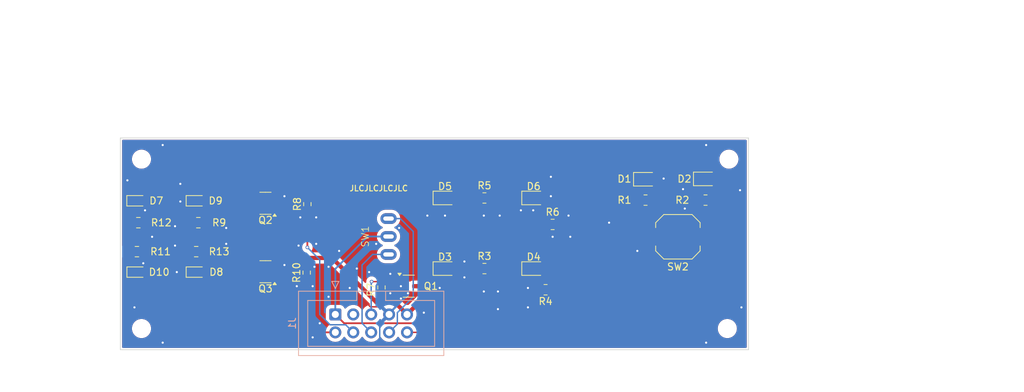
<source format=kicad_pcb>
(kicad_pcb (version 20221018) (generator pcbnew)

  (general
    (thickness 1.6)
  )

  (paper "A4")
  (layers
    (0 "F.Cu" signal)
    (31 "B.Cu" signal)
    (34 "B.Paste" user)
    (35 "F.Paste" user)
    (36 "B.SilkS" user "B.Silkscreen")
    (37 "F.SilkS" user "F.Silkscreen")
    (38 "B.Mask" user)
    (39 "F.Mask" user)
    (44 "Edge.Cuts" user)
    (45 "Margin" user)
    (46 "B.CrtYd" user "B.Courtyard")
    (47 "F.CrtYd" user "F.Courtyard")
    (48 "B.Fab" user)
    (49 "F.Fab" user)
  )

  (setup
    (stackup
      (layer "F.SilkS" (type "Top Silk Screen") (color "White"))
      (layer "F.Paste" (type "Top Solder Paste"))
      (layer "F.Mask" (type "Top Solder Mask") (color "Black") (thickness 0.01))
      (layer "F.Cu" (type "copper") (thickness 0.035))
      (layer "dielectric 1" (type "core") (thickness 1.51) (material "FR4") (epsilon_r 4.5) (loss_tangent 0.02))
      (layer "B.Cu" (type "copper") (thickness 0.035))
      (layer "B.Mask" (type "Bottom Solder Mask") (color "Black") (thickness 0.01))
      (layer "B.Paste" (type "Bottom Solder Paste"))
      (layer "B.SilkS" (type "Bottom Silk Screen") (color "White"))
      (copper_finish "None")
      (dielectric_constraints yes)
    )
    (pad_to_mask_clearance 0)
    (pcbplotparams
      (layerselection 0x00010fc_ffffffff)
      (plot_on_all_layers_selection 0x0000000_00000000)
      (disableapertmacros false)
      (usegerberextensions false)
      (usegerberattributes true)
      (usegerberadvancedattributes true)
      (creategerberjobfile true)
      (dashed_line_dash_ratio 12.000000)
      (dashed_line_gap_ratio 3.000000)
      (svgprecision 4)
      (plotframeref false)
      (viasonmask false)
      (mode 1)
      (useauxorigin false)
      (hpglpennumber 1)
      (hpglpenspeed 20)
      (hpglpendiameter 15.000000)
      (dxfpolygonmode true)
      (dxfimperialunits true)
      (dxfusepcbnewfont true)
      (psnegative false)
      (psa4output false)
      (plotreference true)
      (plotvalue true)
      (plotinvisibletext false)
      (sketchpadsonfab false)
      (subtractmaskfromsilk false)
      (outputformat 1)
      (mirror false)
      (drillshape 1)
      (scaleselection 1)
      (outputdirectory "")
    )
  )

  (net 0 "")
  (net 1 "/LED_PWR")
  (net 2 "Net-(D1-A)")
  (net 3 "Net-(D2-A)")
  (net 4 "Net-(D3-A)")
  (net 5 "Net-(D4-A)")
  (net 6 "Net-(D5-A)")
  (net 7 "Net-(D6-A)")
  (net 8 "Net-(D7-K)")
  (net 9 "Net-(D7-A)")
  (net 10 "Net-(D8-K)")
  (net 11 "Net-(D10-A)")
  (net 12 "Net-(D9-K)")
  (net 13 "Net-(D10-K)")
  (net 14 "+3V3")
  (net 15 "/Open")
  (net 16 "unconnected-(J1-Pin_3-Pad3)")
  (net 17 "/Fault")
  (net 18 "/PWM_1")
  (net 19 "/Unlock")
  (net 20 "GND")
  (net 21 "/Lock")
  (net 22 "VBUS")
  (net 23 "/Video")

  (footprint "LED_SMD:LED_0805_2012Metric" (layer "F.Cu") (at 171.4025 109.845))

  (footprint "Package_TO_SOT_SMD:SOT-23-3" (layer "F.Cu") (at 117.5625 122.95 180))

  (footprint "Capacitor_SMD:C_0805_2012Metric" (layer "F.Cu") (at 107.75 120.1 180))

  (footprint "LED_SMD:LED_0805_2012Metric" (layer "F.Cu") (at 155.5625 122.5))

  (footprint "MountingHole:MountingHole_2.2mm_M2" (layer "F.Cu") (at 183.225 107))

  (footprint "Resistor_SMD:R_0603_1608Metric" (layer "F.Cu") (at 134 125.175 -90))

  (footprint "Resistor_SMD:R_0805_2012Metric" (layer "F.Cu") (at 171.4125 112.8))

  (footprint "Resistor_SMD:R_0603_1608Metric" (layer "F.Cu") (at 123.5 113.375 90))

  (footprint "NiasStuff:SW_SPDT_YUEN-FUNG_ST-0-103-A01-T000-RS" (layer "F.Cu") (at 135 117.96 90))

  (footprint "Resistor_SMD:R_0603_1608Metric" (layer "F.Cu") (at 123.4 123.075 90))

  (footprint "Package_TO_SOT_SMD:SOT-23-3" (layer "F.Cu") (at 137.8625 125))

  (footprint "Capacitor_SMD:C_0805_2012Metric" (layer "F.Cu") (at 99.55 116 180))

  (footprint "Resistor_SMD:R_0805_2012Metric" (layer "F.Cu") (at 158.25 116.25 180))

  (footprint "Resistor_SMD:R_0805_2012Metric" (layer "F.Cu") (at 148.5875 112.5 180))

  (footprint "MountingHole:MountingHole_2.2mm_M2" (layer "F.Cu") (at 100 107))

  (footprint "LED_SMD:LED_0603_1608Metric" (layer "F.Cu") (at 107.8125 112.9))

  (footprint "Resistor_SMD:R_0805_2012Metric" (layer "F.Cu") (at 179.9125 112.8))

  (footprint "Capacitor_SMD:C_0805_2012Metric" (layer "F.Cu") (at 108.05 116 180))

  (footprint "MountingHole:MountingHole_2.2mm_M2" (layer "F.Cu") (at 183 131))

  (footprint "LED_SMD:LED_0805_2012Metric" (layer "F.Cu") (at 143 112.5))

  (footprint "LED_SMD:LED_0603_1608Metric" (layer "F.Cu") (at 107.8125 123))

  (footprint "LED_SMD:LED_0805_2012Metric" (layer "F.Cu") (at 143 122.5))

  (footprint "Package_TO_SOT_SMD:SOT-23-3" (layer "F.Cu") (at 117.5625 113.25 180))

  (footprint "LED_SMD:LED_0603_1608Metric" (layer "F.Cu") (at 99.4125 123))

  (footprint "LED_SMD:LED_0603_1608Metric" (layer "F.Cu") (at 99.4 112.9))

  (footprint "Resistor_SMD:R_0805_2012Metric" (layer "F.Cu") (at 157.25 125.5 180))

  (footprint "Capacitor_SMD:C_0805_2012Metric" (layer "F.Cu") (at 99.35 120.1 180))

  (footprint "Button_Switch_SMD:SW_Push_1TS009xxxx-xxxx-xxxx_6x6x5mm" (layer "F.Cu") (at 176 118 180))

  (footprint "Resistor_SMD:R_0805_2012Metric" (layer "F.Cu") (at 148.5875 122.5 180))

  (footprint "MountingHole:MountingHole_2.2mm_M2" (layer "F.Cu") (at 100 131))

  (footprint "LED_SMD:LED_0805_2012Metric" (layer "F.Cu") (at 179.8875 109.8))

  (footprint "LED_SMD:LED_0805_2012Metric" (layer "F.Cu") (at 155.5625 112.5))

  (footprint "Connector_IDC:IDC-Header_2x05_P2.54mm_Vertical" (layer "B.Cu") (at 127.46 129 -90))

  (gr_line (start 186 104) (end 97 104)
    (stroke (width 0.1) (type default)) (layer "Edge.Cuts") (tstamp 7a9866a1-3228-490b-89f0-29093fdc781f))
  (gr_line (start 97 134) (end 186 134)
    (stroke (width 0.1) (type default)) (layer "Edge.Cuts") (tstamp 9c54061d-b9db-4889-8a37-0f704138ae69))
  (gr_line (start 97 104) (end 97 134)
    (stroke (width 0.1) (type default)) (layer "Edge.Cuts") (tstamp ba37840a-a9e0-4563-8e1c-6a28be96d871))
  (gr_line (start 186 134) (end 186 104)
    (stroke (width 0.1) (type default)) (layer "Edge.Cuts") (tstamp bff93b9d-361e-4dc7-ab31-a2b74374b39c))
  (gr_line locked (start 94.5 127.3) (end 94.5 118.2)
    (stroke (width 0.1) (type default)) (layer "F.Fab") (tstamp 01f473ab-ae33-4893-a05b-0b6e912e51f3))
  (gr_line locked (start 112.8 127.3) (end 94.5 127.3)
    (stroke (width 0.1) (type default)) (layer "F.Fab") (tstamp 10ec0bed-7d0f-456f-8e05-181ac4def540))
  (gr_line locked (start 112.8 117.6) (end 112.8 108.4)
    (stroke (width 0.1) (type default)) (layer "F.Fab") (tstamp 11fb41da-818f-490a-b175-aac96680193b))
  (gr_line (start 80 84.5) (end 80 140)
    (stroke (width 0.1) (type default)) (layer "F.Fab") (tstamp 52e32d62-ae8b-4a27-97cf-81a36c237b9d))
  (gr_line locked (start 112.8 108.4) (end 94.5 108.4)
    (stroke (width 0.1) (type default)) (layer "F.Fab") (tstamp 6fd1228f-7804-4e32-82eb-e1718a5e9268))
  (gr_line locked (start 94.5 118.2) (end 112.8 118.2)
    (stroke (width 0.1) (type default)) (layer "F.Fab") (tstamp 7971d004-98b5-4778-8e8b-99aae17d396a))
  (gr_line (start 225 84.5) (end 80 84.5)
    (stroke (width 0.1) (type default)) (layer "F.Fab") (tstamp 7abcf492-68fd-4a40-a66e-0e895ac81b1f))
  (gr_line (start 225 140) (end 225 84.5)
    (stroke (width 0.1) (type default)) (layer "F.Fab") (tstamp 8b9c7c6b-a001-40d2-a2af-0c149095ab09))
  (gr_line locked (start 112.8 118.2) (end 112.8 127.3)
    (stroke (width 0.1) (type default)) (layer "F.Fab") (tstamp a1cc6437-ecfb-4631-b570-5c77a03e57b4))
  (gr_line locked (start 94.5 117.6) (end 112.8 117.6)
    (stroke (width 0.1) (type default)) (layer "F.Fab") (tstamp ddc49f83-9eb3-43fc-8af3-233b0d259f60))
  (gr_line (start 80 140) (end 225 140)
    (stroke (width 0.1) (type default)) (layer "F.Fab") (tstamp fc2c2adb-d59b-4217-9e53-8981410a0807))
  (gr_line locked (start 94.5 108.4) (end 94.5 117.6)
    (stroke (width 0.1) (type default)) (layer "F.Fab") (tstamp fe59d503-9d30-4109-9085-3c85fbc4820a))
  (gr_text "JLCJLCJLCJLC" (at 129.4 111.6) (layer "F.SilkS") (tstamp 9bcce69a-692e-4f6a-9803-bed61d3d8d7a)
    (effects (font (size 0.8 0.8) (thickness 0.15)) (justify left bottom))
  )

  (segment (start 142.0625 112.5) (end 142.0625 111.4375) (width 0.6) (layer "F.Cu") (net 1) (tstamp 294441ec-1f43-40e3-9289-1d12db522043))
  (segment (start 142.0625 123.6875) (end 142.0625 122.5) (width 0.6) (layer "F.Cu") (net 1) (tstamp 3a16ec46-f4e3-4dd2-ad93-f8bbe6aab752))
  (segment (start 139 125) (end 140.75 125) (width 0.6) (layer "F.Cu") (net 1) (tstamp 44c09ab1-53b7-43a1-a2a9-6994d760284d))
  (segment (start 166.05 110.75) (end 166.955 109.845) (width 0.6) (layer "F.Cu") (net 1) (tstamp 4d55c48f-cd93-4f9a-b776-8690bf4a573f))
  (segment (start 142.0625 122.5) (end 142.0625 112.5) (width 0.6) (layer "F.Cu") (net 1) (tstamp 522f1447-4eeb-485a-95e0-96c0c1e6b534))
  (segment (start 154.625 112.5) (end 154.625 110.875) (width 0.6) (layer "F.Cu") (net 1) (tstamp 5824f6e1-9be0-4848-a5cb-0c17631773bd))
  (segment (start 178.725 108.5) (end 178.95 108.725) (width 0.6) (layer "F.Cu") (net 1) (tstamp 84d72f00-47bd-4159-8d72-b6c532a64451))
  (segment (start 178.95 108.725) (end 178.95 109.8) (width 0.6) (layer "F.Cu") (net 1) (tstamp 89429186-445d-4dab-a964-50a54b11f118))
  (segment (start 154.625 110.875) (end 154.75 110.75) (width 0.6) (layer "F.Cu") (net 1) (tstamp 8bab29e2-50b5-4557-a81e-397b7c28936c))
  (segment (start 166.955 109.845) (end 170.465 109.845) (width 0.6) (layer "F.Cu") (net 1) (tstamp 934e7c75-964c-4ad7-a87d-9c00bbe66ba6))
  (segment (start 140.75 125) (end 142.0625 123.6875) (width 0.6) (layer "F.Cu") (net 1) (tstamp 9cb80f9a-465a-4767-b4d1-1d993abce4cb))
  (segment (start 170.465 109.845) (end 170.465 108.76) (width 0.6) (layer "F.Cu") (net 1) (tstamp a98aed03-ec53-478a-be4c-238dc02b1c46))
  (segment (start 170.465 108.76) (end 170.725 108.5) (width 0.6) (layer "F.Cu") (net 1) (tstamp b1989d57-5771-4866-9c42-412d02ccc6b4))
  (segment (start 154.75 110.75) (end 166.05 110.75) (width 0.6) (layer "F.Cu") (net 1) (tstamp bedd16c3-90bf-41ac-9e25-b4d0583edb7f))
  (segment (start 154.625 112.5) (end 154.625 122.5) (width 0.6) (layer "F.Cu") (net 1) (tstamp c09ee833-013c-4fa4-8b1c-a47c62d839f5))
  (segment (start 170.725 108.5) (end 178.725 108.5) (width 0.6) (layer "F.Cu") (net 1) (tstamp dd510e74-687d-429f-8bdb-fc3a5d0b8ac0))
  (segment (start 142.0625 111.4375) (end 142.75 110.75) (width 0.6) (layer "F.Cu") (net 1) (tstamp f05a87e4-5650-4a1b-9120-789a31c67ade))
  (segment (start 142.75 110.75) (end 154.75 110.75) (width 0.6) (layer "F.Cu") (net 1) (tstamp f3324b6c-9b0f-4f25-91fd-ccb41a7ff7b5))
  (segment (start 172.34 109.845) (end 172.34 112.785) (width 0.6) (layer "F.Cu") (net 2) (tstamp 11bc4d1f-35b1-43b7-ae93-69cca48ee588))
  (segment (start 172.34 112.785) (end 172.325 112.8) (width 0.6) (layer "F.Cu") (net 2) (tstamp 99ce6f74-69da-44fb-aad9-970b68e0cfad))
  (segment (start 180.825 109.8) (end 180.825 112.8) (width 0.6) (layer "F.Cu") (net 3) (tstamp fb25bb50-e251-4eca-9df6-6fed91a99089))
  (segment (start 147.675 122.5) (end 143.9375 122.5) (width 0.6) (layer "F.Cu") (net 4) (tstamp 5ee1327c-7db3-4e08-8ee3-393b73df3c06))
  (segment (start 156.3375 123.9125) (end 156.3375 125.5) (width 0.6) (layer "F.Cu") (net 5) (tstamp 1716e2dc-17d3-47cc-af78-940e7718f9db))
  (segment (start 156.5 123.75) (end 156.3375 123.9125) (width 0.6) (layer "F.Cu") (net 5) (tstamp 9a27edc9-4c45-4d7b-beea-a8dcb6951c39))
  (segment (start 156.5 122.5) (end 156.5 123.75) (width 0.6) (layer "F.Cu") (net 5) (tstamp e2835e4a-c86b-40f1-ad60-f50fef310423))
  (segment (start 143.9375 112.5) (end 147.675 112.5) (width 0.6) (layer "F.Cu") (net 6) (tstamp 2c258aa3-74f2-43eb-a0ef-57a3d1c14d36))
  (segment (start 156.5 114.25) (end 156.5 112.5) (width 0.6) (layer "F.Cu") (net 7) (tstamp 3daace04-eb73-40d3-814a-a6871f49985d))
  (segment (start 157.3375 115.0875) (end 156.5 114.25) (width 0.6) (layer "F.Cu") (net 7) (tstamp bd5f941c-23c8-4da2-ba51-881e683a1866))
  (segment (start 157.3375 116.25) (end 157.3375 115.0875) (width 0.6) (layer "F.Cu") (net 7) (tstamp f991d4f0-e225-431b-9cfb-8ba5025c6dc0))
  (segment (start 98.6 112.9125) (end 98.6125 112.9) (width 0.6) (layer "F.Cu") (net 8) (tstamp 5b828790-9c81-4af7-86d2-4c3565edf14d))
  (segment (start 98.6 116) (end 98.6 112.9125) (width 0.6) (layer "F.Cu") (net 8) (tstamp 70fcae96-cd0d-4a52-ae08-81454694f6ba))
  (segment (start 100.1875 112.0625) (end 100.1875 112.9) (width 0.6) (layer "F.Cu") (net 9) (tstamp 02af9126-4adc-4c9b-914a-4b491f78e654))
  (segment (start 111.65 112.9) (end 108.6 112.9) (width 0.6) (layer "F.Cu") (net 9) (tstamp 15d5c3eb-5fc2-4e15-8602-99055dbed3ce))
  (segment (start 100.5 111.75) (end 100.1875 112.0625) (width 0.6) (layer "F.Cu") (net 9) (tstamp 208850d6-59dd-4fa6-932e-baca8807bb64))
  (segment (start 108.6 112.9) (end 108.6 112.35) (width 0.6) (layer "F.Cu") (net 9) (tstamp 38d2378f-44c7-4469-889d-8e544f2c4323))
  (segment (start 112 113.25) (end 111.65 112.9) (width 0.6) (layer "F.Cu") (net 9) (tstamp 7f9212bb-d860-414a-a7a4-d56cf0096bea))
  (segment (start 108.6 112.35) (end 108 111.75) (width 0.6) (layer "F.Cu") (net 9) (tstamp a099f2e4-a01f-49f2-a630-e21b254a2957))
  (segment (start 108 111.75) (end 100.5 111.75) (width 0.6) (layer "F.Cu") (net 9) (tstamp c0e058a6-e886-4007-946c-d6b0e4991c73))
  (segment (start 116.425 113.25) (end 112 113.25) (width 0.6) (layer "F.Cu") (net 9) (tstamp cd5bf8d0-11d1-490f-9cb3-a5e7b4f82472))
  (segment (start 107.025 122.025) (end 106.8 121.8) (width 0.6) (layer "F.Cu") (net 10) (tstamp 54d51afb-13fa-4b6e-998c-480e3d309cf6))
  (segment (start 107.025 123) (end 107.025 122.025) (width 0.6) (layer "F.Cu") (net 10) (tstamp ab0fb58e-d4db-41e2-98f4-20f9cdc7b67f))
  (segment (start 106.8 121.8) (end 106.8 120.1) (width 0.6) (layer "F.Cu") (net 10) (tstamp f488ea4f-2d8e-41c7-b418-771956deff9c))
  (segment (start 108 124.25) (end 100.75 124.25) (width 0.6) (layer "F.Cu") (net 11) (tstamp 061d4227-841b-4ee8-8028-c3a8fa6b0183))
  (segment (start 100.2 123.7) (end 100.2 123) (width 0.6) (layer "F.Cu") (net 11) (tstamp 1a003e4b-51b4-403d-8cc9-7a7187c0d823))
  (segment (start 108.6 123.65) (end 108 124.25) (width 0.6) (layer "F.Cu") (net 11) (tstamp 33f82c39-b53c-4204-be2c-78ce56c77386))
  (segment (start 116.425 122.95) (end 108.65 122.95) (width 0.6) (layer "F.Cu") (net 11) (tstamp 516de3fa-23b7-4a17-8cdb-23413d5f508e))
  (segment (start 108.6 123) (end 108.6 123.65) (width 0.6) (layer "F.Cu") (net 11) (tstamp 669bf05a-e7d4-486c-9350-d977a9f27a87))
  (segment (start 100.75 124.25) (end 100.2 123.7) (width 0.6) (layer "F.Cu") (net 11) (tstamp 9029083e-8894-4f27-9ce6-cce6d9b9ba9d))
  (segment (start 108.65 122.95) (end 108.6 123) (width 0.6) (layer "F.Cu") (net 11) (tstamp ca2aee9a-1a9c-4cf5-acd7-6db91228f083))
  (segment (start 107.1 112.975) (end 107.025 112.9) (width 0.6) (layer "F.Cu") (net 12) (tstamp 8c54c2df-a811-4bda-bed9-a7396058977d))
  (segment (start 107.1 116) (end 107.1 112.975) (width 0.6) (layer "F.Cu") (net 12) (tstamp e7c806b7-ca4c-44b8-bbdf-3b78bb958eab))
  (segment (start 98.625 121.875) (end 98.4 121.65) (width 0.6) (layer "F.Cu") (net 13) (tstamp 0652d381-bed5-4808-b811-b6f4670a91a2))
  (segment (start 98.625 123) (end 98.625 121.875) (width 0.6) (layer "F.Cu") (net 13) (tstamp 4f733506-bc02-4e48-ba38-3099d2c5f036))
  (segment (start 98.4 121.65) (end 98.4 120.1) (width 0.6) (layer "F.Cu") (net 13) (tstamp 96f2de27-a666-42a1-a061-ffc7ae8275d9))
  (segment (start 128.71 130.25) (end 127.46 129) (width 0.25) (layer "F.Cu") (net 14) (tstamp 3f4135a6-537f-4e6f-bcb3-5cb79a6283f3))
  (segment (start 173 122) (end 164.75 130.25) (width 0.25) (layer "F.Cu") (net 14) (tstamp 4aea0fca-dd3a-4c6d-a5c0-1cf5b4dc91b9))
  (segment (start 164.75 130.25) (end 128.71 130.25) (width 0.25) (layer "F.Cu") (net 14) (tstamp 531b0b2b-3cb3-4b31-b003-d7d5d09e90eb))
  (segment (start 173 118) (end 173 122) (width 0.25) (layer "F.Cu") (net 14) (tstamp bb3363a8-9a05-4879-85e3-14667789f84d))
  (segment (start 127.46 129) (end 127.46 122.54) (width 0.25) (layer "B.Cu") (net 14) (tstamp 8fac3468-e376-4742-8554-1072fd3103d9))
  (segment (start 127.46 122.54) (end 132.04 117.96) (width 0.25) (layer "B.Cu") (net 14) (tstamp b9dc9103-a9a8-4166-98b9-45afad94a418))
  (segment (start 132.04 117.96) (end 135 117.96) (width 0.25) (layer "B.Cu") (net 14) (tstamp edf601da-22e8-400a-a8e5-3a1c33c865cb))
  (segment (start 123.5 119.5) (end 123.5 114.2) (width 0.25) (layer "F.Cu") (net 15) (tstamp c612ce0d-e727-4bf2-97fb-0fa6680ff89c))
  (segment (start 123.5 114.2) (end 118.7 114.2) (width 0.25) (layer "F.Cu") (net 15) (tstamp f7326d73-d2b3-459f-a2a8-2f4af2601d35))
  (via (at 123.5 119.5) (size 0.5) (drill 0.3) (layers "F.Cu" "B.Cu") (net 15) (tstamp 93a93fe9-bce7-4ab1-b206-c3355e633cf6))
  (segment (start 126.713 130.463) (end 128.923 130.463) (width 0.2) (layer "B.Cu") (net 15) (tstamp 0ff55158-1945-4e96-9aff-0dd038953d9b))
  (segment (start 125.25 121.25) (end 125.25 129) (width 0.2) (layer "B.Cu") (net 15) (tstamp 144f8476-ab73-41c9-aedc-a38656e6bf38))
  (segment (start 128.923 130.463) (end 130 131.54) (width 0.2) (layer "B.Cu") (net 15) (tstamp b5db4c53-fc18-44c8-9655-53d65d0b45e2))
  (segment (start 123.5 119.5) (end 125.25 121.25) (width 0.2) (layer "B.Cu") (net 15) (tstamp c8590dab-4f86-4ed7-b952-6bfcdb4152bb))
  (segment (start 125.25 129) (end 126.713 130.463) (width 0.2) (layer "B.Cu") (net 15) (tstamp e2dd1105-4bb2-4e18-b3cc-318006f9e6ad))
  (segment (start 125.04 131.54) (end 123.4 129.9) (width 0.25) (layer "F.Cu") (net 17) (tstamp 3500a81b-e414-4ed4-b3af-bda6a6bba304))
  (segment (start 123.4 123.9) (end 118.7 123.9) (width 0.25) (layer "F.Cu") (net 17) (tstamp 3983cbb3-c1e3-481a-a044-42a05c5b2095))
  (segment (start 127.46 131.54) (end 125.04 131.54) (width 0.25) (layer "F.Cu") (net 17) (tstamp 6fef34db-09e0-448a-b729-486ab29c0866))
  (segment (start 123.4 129.9) (end 123.4 123.9) (width 0.25) (layer "F.Cu") (net 17) (tstamp 76dd7baf-758b-4ddb-aa86-bf6ac86e02ff))
  (segment (start 135.45 124.05) (end 136.725 124.05) (width 0.2) (layer "F.Cu") (net 18) (tstamp 2a998b7b-8022-4af7-9536-fc64ee139285))
  (segment (start 134 124.35) (end 135.15 124.35) (width 0.2) (layer "F.Cu") (net 18) (tstamp a61b1fe5-3314-4e94-9a38-a91296c467c7))
  (segment (start 132.6 124.35) (end 134 124.35) (width 0.2) (layer "F.Cu") (net 18) (tstamp a67691de-9006-4579-80f2-6063f89edd29))
  (segment (start 135.15 124.35) (end 135.45 124.05) (width 0.2) (layer "F.Cu") (net 18) (tstamp ec949223-0cd2-4354-aaaf-ad5300efbf01))
  (via (at 132.6 124.35) (size 0.5) (drill 0.3) (layers "F.Cu" "B.Cu") (net 18) (tstamp 4200934f-2bff-45fc-8b73-1905815152f5))
  (segment (start 132.6 124.35) (end 132.54 124.41) (width 0.2) (layer "B.Cu") (net 18) (tstamp 3842eee5-45ba-49c2-9a70-fe7397b7e12a))
  (segment (start 132.54 124.41) (end 132.54 129) (width 0.2) (layer "B.Cu") (net 18) (tstamp df6f9829-0b57-429c-9be6-f8c001667917))
  (segment (start 131.25 122) (end 131.25 130.25) (width 0.2) (layer "B.Cu") (net 19) (tstamp 4ec81029-e542-4247-97c1-ae74d78e9b65))
  (segment (start 131.25 130.25) (end 132.54 131.54) (width 0.2) (layer "B.Cu") (net 19) (tstamp 703cb4fc-ee5c-4e15-aadd-17ded8237f42))
  (segment (start 135 120.5) (end 132.75 120.5) (width 0.2) (layer "B.Cu") (net 19) (tstamp aadc92cf-4bdf-4b82-aaad-60ce819648e0))
  (segment (start 132.75 120.5) (end 131.25 122) (width 0.2) (layer "B.Cu") (net 19) (tstamp acbcdfb6-5817-42bc-9776-c95ef874ddd9))
  (segment (start 134.003 127.923) (end 132.423 127.923) (width 0.2) (layer "F.Cu") (net 20) (tstamp 85fb0d65-c4a5-462e-b69b-79998d5e8508))
  (segment (start 135.08 129) (end 134.003 127.923) (width 0.2) (layer "F.Cu") (net 20) (tstamp c1557758-f467-4d85-b806-245b3bfb7c11))
  (segment (start 132.423 127.923) (end 132 127.5) (width 0.2) (layer "F.Cu") (net 20) (tstamp e7746ef0-b698-40ba-aa99-57808eaed6d8))
  (via (at 120.25 122) (size 0.5) (drill 0.3) (layers "F.Cu" "B.Cu") (free) (net 20) (tstamp 012af38f-eac8-4b06-8b3f-575600d3c6cb))
  (via (at 112 119) (size 0.5) (drill 0.3) (layers "F.Cu" "B.Cu") (free) (net 20) (tstamp 070fc44b-3652-4de9-abc8-d2672ef4f657))
  (via (at 148.5 125.75) (size 0.5) (drill 0.3) (layers "F.Cu" "B.Cu") (free) (net 20) (tstamp 1fedce60-5759-4d5f-9796-2ac5b10182c4))
  (via (at 100.25 121.75) (size 0.5) (drill 0.3) (layers "F.Cu" "B.Cu") (free) (net 20) (tstamp 20bb90ca-f86b-4f99-b388-1278fec0b635))
  (via (at 140.5 115) (size 0.5) (drill 0.3) (layers "F.Cu" "B.Cu") (free) (net 20) (tstamp 23b46990-73a3-40ae-9cdf-8662755d1dac))
  (via (at 145.75 123.75) (size 0.5) (drill 0.3) (layers "F.Cu" "B.Cu") (free) (net 20) (tstamp 2685e1d4-90cb-4803-bc69-4bf4643a97b6))
  (via (at 140 128.75) (size 0.5) (drill 0.3) (layers "F.Cu" "B.Cu") (free) (net 20) (tstamp 2af59e8d-630e-423f-afb9-b00d957577ff))
  (via (at 103 133) (size 0.5) (drill 0.3) (layers "F.Cu" "B.Cu") (free) (net 20) (tstamp 32730bd7-64d2-4504-9143-f54932180642))
  (via (at 170.25 120) (size 0.5) (drill 0.3) (layers "F.Cu" "B.Cu") (free) (net 20) (tstamp 34983657-e975-4310-9dd6-f10c68b2bcdb))
  (via (at 122.5 115.25) (size 0.5) (drill 0.3) (layers "F.Cu" "B.Cu") (free) (net 20) (tstamp 380e6ad5-a41b-4e35-bd2a-ec9eb293a566))
  (via (at 160.75 118) (size 0.5) (drill 0.3) (layers "F.Cu" "B.Cu") (free) (net 20) (tstamp 391d5fe4-6bb5-46dd-9226-7b0229fe1202))
  (via (at 124.25 125) (size 0.5) (drill 0.3) (layers "F.Cu" "B.Cu") (free) (net 20) (tstamp 3d022262-bde6-4cc0-8543-70ea9869a1cc))
  (via (at 180 133) (size 0.5) (drill 0.3) (layers "F.Cu" "B.Cu") (free) (net 20) (tstamp 3eae38a5-2f8d-4a4d-8453-291319ec09b2))
  (via (at 153.75 114.25) (size 0.5) (drill 0.3) (layers "F.Cu" "B.Cu") (free) (net 20) (tstamp 42734ae5-6f89-4ee6-9d8d-4055a39371db))
  (via (at 148.5 115) (size 0.5) (drill 0.3) (layers "F.Cu" "B.Cu") (free) (net 20) (tstamp 45bddc84-beb8-4856-ba44-f4910c2c7276))
  (via (at 105 123) (size 0.5) (drill 0.3) (layers "F.Cu" "B.Cu") (free) (net 20) (tstamp 57481e91-8c10-4470-aa6e-ecb3b532c3e4))
  (via (at 105.5 110.5) (size 0.5) (drill 0.3) (layers "F.Cu" "B.Cu") (free) (net 20) (tstamp 5c10749b-b67f-4808-ab11-5077228a3660))
  (via (at 154.75 125.25) (size 0.5) (drill 0.3) (layers "F.Cu" "B.Cu") (free) (net 20) (tstamp 5d9a03fa-7be1-44c1-9733-0270259662ec))
  (via (at 160.5 115) (size 0.5) (drill 0.3) (layers "F.Cu" "B.Cu") (free) (net 20) (tstamp 5fc48d4e-8810-45e1-8a05-96510e9f7de9))
  (via (at 122.25 119.25) (size 0.5) (drill 0.3) (layers "F.Cu" "B.Cu") (free) (net 20) (tstamp 617a52f4-7e83-4dfb-a4a5-733e363a4cd1))
  (via (at 103 105) (size 0.5) (drill 0.3) (layers "F.Cu" "B.Cu") (free) (net 20) (tstamp 673a3999-d5f7-4913-a95e-90f269d60329))
  (via (at 158 109.5) (size 0.5) (drill 0.3) (layers "F.Cu" "B.Cu") (free) (net 20) (tstamp 677d03b3-9222-45b4-99c5-712ac043ac36))
  (via (at 137.75 126) (size 0.5) (drill 0.3) (layers "F.Cu" "B.Cu") (free) (net 20) (tstamp 680e82d7-6dbb-4f92-9c34-a4b4f51bf4f3))
  (via (at 180 105) (size 0.5) (drill 0.3) (layers "F.Cu" "B.Cu") (free) (net 20) (tstamp 68ab4ba5-dd82-4c05-ae01-82647daf30b1))
  (via (at 154.75 128) (size 0.5) (drill 0.3) (layers "F.Cu" "B.Cu") (free) (net 20) (tstamp 69824d1d-245a-4423-92a3-5cd57c30b301))
  (via (at 112 116.75) (size 0.5) (drill 0.3) (layers "F.Cu" "B.Cu") (free) (net 20) (tstamp 6a0afda9-b094-4f9c-bd10-d2a78f7db28b))
  (via (at 136.5 116.75) (size 0.5) (drill 0.3) (layers "F.Cu" "B.Cu") (free) (net 20) (tstamp 6a2bbc58-5214-463b-ac8c-3792dc2a019f))
  (via (at 155.5 114.25) (size 0.5) (drill 0.3) (layers "F.Cu" "B.Cu") (free) (net 20) (tstamp 6a5762d6-d2ed-4487-9e94-829e26f1b4f2))
  (via (at 176.725 111.25) (size 0.5) (drill 0.3) (layers "F.Cu" "B.Cu") (free) (net 20) (tstamp 76f8d738-fc30-4ce0-a90e-76d9df9ba488))
  (via (at 173.975 109.75) (size 0.5) (drill 0.3) (layers "F.Cu" "B.Cu") (free) (net 20) (tstamp 795a8298-10cc-4836-a10f-cbbfaabcab4f))
  (via (at 125.25 130.25) (size 0.5) (drill 0.3) (layers "F.Cu" "B.Cu") (free) (net 20) (tstamp 7e9d763c-f2fa-4e54-b4c8-fe1efde868e6))
  (via (at 150.5 125.75) (size 0.5) (drill 0.3) (layers "F.Cu" "B.Cu") (free) (net 20) (tstamp 7ebec805-e79d-4f08-baa9-cbead10c4600))
  (via (at 145.75 121.5) (size 0.5) (drill 0.3) (layers "F.Cu" "B.Cu") (free) (net 20) (tstamp 82bd92e5-b251-482c-adf7-99b0e9ec9be5))
  (via (at 132.25 123) (size 0.5) (drill 0.3) (layers "F.Cu" "B.Cu") (free) (net 20) (tstamp 85956bb6-da12-4459-95fd-ce4dff29bfa8))
  (via (at 135.25 126) (size 0.5) (drill 0.3) (layers "F.Cu" "B.Cu") (free) (net 20) (tstamp 86a04f36-3781-4086-9504-7ad811ebcac7))
  (via (at 135.25 123.25) (size 0.5) (drill 0.3) (layers "F.Cu" "B.Cu") (free) (net 20) (tstamp 90de27ba-cd62-4b63-bfc3-674bfbdb1630))
  (via (at 104.75 116.5) (size 0.5) (drill 0.3) (layers "F.Cu" "B.Cu") (free) (net 20) (tstamp 95cb5151-bcc8-4960-b9c8-3de79803748c))
  (via (at 143 115) (size 0.5) (drill 0.3) (layers "F.Cu" "B.Cu") (free) (net 20) (tstamp 96a5136c-db7b-4db7-b36e-067b4b0216a9))
  (via (at 100.5 114.25) (size 0.5) (drill 0.3) (layers "F.Cu" "B.Cu") (free) (net 20) (tstamp 9d4e8cec-96b7-4f5e-81e5-1996281b1a63))
  (via (at 105.5 113) (size 0.5) (drill 0.3) (layers "F.Cu" "B.Cu") (free) (net 20) (tstamp 9e0a15ef-bda7-4cb0-9a3e-32d8aa99a85b))
  (via (at 158.25 118) (size 0.5) (drill 0.3) (layers "F.Cu" "B.Cu") (free) (net 20) (tstamp 9e4ee291-1419-4a95-85ea-f5fe7c09a95c))
  (via (at 101.5 118) (size 0.5) (drill 0.3) (layers "F.Cu" "B.Cu") (free) (net 20) (tstamp 9ed04203-5979-476f-b1b8-faf8c60432ad))
  (via (at 185 128) (size 0.5) (drill 0.3) (layers "F.Cu" "B.Cu") (free) (net 20) (tstamp a5c7fa3e-e0d5-411e-99a6-6008f979d389))
  (via (at 126.5 126.5) (size 0.5) (drill 0.3) (layers "F.Cu" "B.Cu") (free) (net 20) (tstamp aeefd01c-33a5-430e-b2a6-7da72396116d))
  (via (at 120.25 112.25) (size 0.5) (drill 0.3) (layers "F.Cu" "B.Cu") (free) (net 20) (tstamp af95f3e8-f37e-4ac1-9c81-c3a069f1ae1d))
  (via (at 124.5 122.25) (size 0.5) (drill 0.3) (layers "F.Cu" "B.Cu") (free) (net 20) (tstamp b266b905-f401-4642-bf54-210e86691067))
  (via (at 136.75 126.75) (size 0.5) (drill 0.3) (layers "F.Cu" "B.Cu") (free) (net 20) (tstamp b38e6655-118d-4b51-84c7-69cea1c6c7af))
  (via (at 129.5 125.25) (size 0.5) (drill 0.3) (layers "F.Cu" "B.Cu") (free) (net 20) (tstamp b4947fe0-11be-473a-b7f7-e2fb7ce0886b))
  (via (at 104.75 119.25) (size 0.5) (drill 0.3) (layers "F.Cu" "B.Cu") (free) (net 20) (tstamp b838bf38-7058-49cc-bfcb-aa3bd3653c4c))
  (via (at 126.5 122.25) (size 0.5) (drill 0.3) (layers "F.Cu" "B.Cu") (free) (net 20) (tstamp bc55c013-0ba4-4a0f-a677-e4b047e79ec3))
  (via (at 150.75 115) (size 0.5) (drill 0.3) (layers "F.Cu" "B.Cu") (free) (net 20) (tstamp c09b97a2-57ad-4646-a6d2-b7c288a55213))
  (via (at 133.25 119) (size 0.5) (drill 0.3) (layers "F.Cu" "B.Cu") (free) (net 20) (tstamp c3a32836-7c17-4344-955e-9fe42de31c86))
  (via (at 142.25 125.25) (size 0.5) (drill 0.3) (layers "F.Cu" "B.Cu") (free) (net 20) (tstamp c84c86b3-d700-404a-82a6-a93d98159a10))
  (via (at 124.25 132.25) (size 0.5) (drill 0.3) (layers "F.Cu" "B.Cu") (free) (net 20) (tstamp d02fab80-7c08-4f2e-9930-90560ec95847))
  (via (at 99 128) (size 0.5) (drill 0.3) (layers "F.Cu" "B.Cu") (free) (net 20) (tstamp d32fe9bc-5392-4d00-a956-1f476c53a50d))
  (via (at 128 120) (size 0.5) (drill 0.3) (layers "F.Cu" "B.Cu") (free) (net 20) (tstamp d86fa749-9f1f-4751-9b92-3cab713aa920))
  (via (at 158 112.25) (size 0.5) (drill 0.3) (layers "F.Cu" "B.Cu") (free) (net 20) (tstamp d97ebe08-c023-4af1-a6be-68b21cb09d8a))
  (via (at 124.75 119) (size 0.5) (drill 0.3) (layers "F.Cu" "B.Cu") (free) (net 20) (tstamp dd12c5fa-7946-473a-99e7-0a178c2baf4d))
  (via (at 150.5 128.25) (size 0.5) (drill 0.3) (layers "F.Cu" "B.Cu") (free) (net 20) (tstamp e0a7ce3d-2c70-4682-ac27-1363b98ba655))
  (via (at 122 125) (size 0.5) (drill 0.3) (layers "F.Cu" "B.Cu") (free) (net 20) (tstamp e6a6e89b-93d2-4bfc-8c7e-c251ad706a30))
  (via (at 98 110) (size 0.5) (drill 0.3) (layers "F.Cu" "B.Cu") (free) (net 20) (tstamp e9fb1a45-5d36-418f-b593-af5702f466a7))
  (via (at 166.25 116) (size 0.5) (drill 0.3) (layers "F.Cu" "B.Cu") (free) (net 20) (tstamp ee0e2c3c-613e-4a66-8c08-aa572c546da1))
  (via (at 124.75 115.25) (size 0.5) (drill 0.3) (layers "F.Cu" "B.Cu") (free) (net 20) (tstamp ee5ca7ae-7440-4928-bf24-c235c18dc531))
  (via (at 130.5 122.5) (size 0.5) (drill 0.3) (layers "F.Cu" "B.Cu") (free) (net 20) (tstamp ef975703-a337-4a73-ad66-f9d36da5fb1f))
  (via (at 136.75 125) (size 0.5) (drill 0.3) (layers "F.Cu" "B.Cu") (free) (net 20) (tstamp f373bae1-03e8-4b04-a5df-9070759cfc9e))
  (via (at 176.975 114) (size 0.5) (drill 0.3) (layers "F.Cu" "B.Cu") (free) (net 20) (tstamp f68e327c-2bdb-42a5-8bc6-4e0d24374105))
  (via (at 184.8 111.4) (size 0.5) (drill 0.3) (layers "F.Cu" "B.Cu") (free) (net 20) (tstamp fa4676c1-2115-4800-b7a0-9e6b70b37b46))
  (segment (start 133.75 130.33) (end 133.75 133) (width 0.2) (layer "B.Cu") (net 20) (tstamp 2a36f616-b2a6-4390-bf61-319af9ccfb4b))
  (segment (start 135.08 129) (end 133.75 130.33) (width 0.2) (layer "B.Cu") (net 20) (tstamp 307d47b1-d007-498b-97ae-ee0c7861e3e2))
  (segment (start 138.5 117.25) (end 138.5 126.5) (width 0.2) (layer "B.Cu") (net 21) (tstamp 0cf9991b-12e2-4482-a22b-dec13cc8f8b1))
  (segment (start 136.67 115.42) (end 138.5 117.25) (width 0.2) (layer "B.Cu") (net 21) (tstamp 14a23752-3ee4-4378-9eeb-d808863e3ccf))
  (segment (start 138.5 126.5) (end 136.25 128.75) (width 0.2) (layer "B.Cu") (net 21) (tstamp 4194295c-64c0-4d9b-828f-cfb24f5b3abb))
  (segment (start 136.25 130.37) (end 135.08 131.54) (width 0.2) (layer "B.Cu") (net 21) (tstamp 53128306-76d1-4e87-b7f7-c1fc6a74365b))
  (segment (start 136.25 128.75) (end 136.25 130.37) (width 0.2) (layer "B.Cu") (net 21) (tstamp 7a5e8bc6-d70d-42ed-88f7-909f841fbfbf))
  (segment (start 135 115.42) (end 136.67 115.42) (width 0.2) (layer "B.Cu") (net 21) (tstamp ec639433-fc26-4eff-82fe-1522d02b5f77))
  (segment (start 149.5 126.75) (end 139.87 126.75) (width 0.6) (layer "F.Cu") (net 22) (tstamp 0405d67e-8249-4f3e-8956-92d8b6e195f4))
  (segment (start 179 112.8) (end 175.175 112.8) (width 0.6) (layer "F.Cu") (net 22) (tstamp 0c4c1412-8d0f-4477-b8e8-19c50a4a4f9a))
  (segment (start 158.1625 126.3375) (end 157.75 126.75) (width 0.6) (layer "F.Cu") (net 22) (tstamp 1077872c-8c78-4417-9be9-44ad2de72f81))
  (segment (start 159.1625 116.25) (end 163.75 116.25) (width 0.6) (layer "F.Cu") (net 22) (tstamp 1457be15-b696-411a-b398-d9a75878c127))
  (segment (start 159.1625 116.25) (end 159.1625 120.3375) (width 0.6) (layer "F.Cu") (net 22) (tstamp 19b6ace8-88b8-4713-a7c8-7847c82bfca3))
  (segment (start 103.25 117.75) (end 103.25 117) (width 0.6) (layer "F.Cu") (net 22) (tstamp 258be5ce-d72f-44a8-94e3-8b2b4246ee5d))
  (segment (start 149.5 122.5) (end 149.5 112.5) (width 0.6) (layer "F.Cu") (net 22) (tstamp 29fece22-005c-48bf-a567-a81f0805fc38))
  (segment (start 159.1625 120.3375) (end 158.1625 121.3375) (width 0.6) (layer "F.Cu") (net 22) (tstamp 3169bf4f-5e9e-4cbd-9d1c-f9966f811699))
  (segment (start 119 117.75) (end 122.25 121) (width 0.6) (layer "F.Cu") (net 22) (tstamp 329b0235-aae8-4558-816c-2b09a1e18209))
  (segment (start 103.25 117) (end 102.25 116) (width 0.6) (layer "F.Cu") (net 22) (tstamp 36c00e3a-0186-4d37-9f45-a081d4b4e156))
  (segment (start 100.3 120.1) (end 101.9 120.1) (width 0.6) (layer "F.Cu") (net 22) (tstamp 37a05b1f-e011-4015-a09c-cb228b570464))
  (segment (start 173.225 114.75) (end 170.475 114.75) (width 0.6) (layer "F.Cu") (net 22) (tstamp 3c3ed37f-0195-4d06-ba92-4e51e79b87e5))
  (segment (start 127 121) (end 133.25 127.25) (width 0.6) (layer "F.Cu") (net 22) (tstamp 4abc7aa6-e01a-4aa6-8fd5-c1b324a1bec3))
  (segment (start 157.75 126.75) (end 149.5 126.75) (width 0.6) (layer "F.Cu") (net 22) (tstamp 5b4c7294-5b65-4822-a924-6887def28fbd))
  (segment (start 158.1625 125.5) (end 158.1625 126.3375) (width 0.6) (layer "F.Cu") (net 22) (tstamp 5b90214c-c3d5-47fb-b207-96cd89558e69))
  (segment (start 133.25 127.25) (end 135.87 127.25) (width 0.6) (layer "F.Cu") (net 22) (tstamp 737ee060-2140-4af1-835e-117ac752c3d2))
  (segment (start 122.25 121) (end 127 121) (width 0.6) (layer "F.Cu") (net 22) (tstamp 78165d2a-b25f-432d-910b-4c08fd3fe206))
  (segment (start 108.75 117.75) (end 109 117.75) (width 0.6) (layer "F.Cu") (net 22) (tstamp 799ac55a-9edf-4051-8091-3ca616b82a6a))
  (segment (start 109 117.75) (end 119 117.75) (width 0.6) (layer "F.Cu") (net 22) (tstamp 83fb400a-9dcc-49b7-bb81-3d08ff8850f6))
  (segment (start 103.25 118.75) (end 103.25 117.75) (width 0.6) (layer "F.Cu") (net 22) (tstamp 9329afa2-9d79-4cdb-ac70-184e0283df71))
  (segment (start 108.7 120.1) (end 108.7 117.8) (width 0.6) (layer "F.Cu") (net 22) (tstamp 97d3ef82-5983-4f3f-80dd-c8a35e580310))
  (segment (start 158.1625 121.3375) (end 158.1625 125.5) (width 0.6) (layer "F.Cu") (net 22) (tstamp 998663d9-ecec-44ac-8e56-6ddeb6d23871))
  (segment (start 170.5 112.8) (end 170.5 114.725) (width 0.6) (layer "F.Cu") (net 22) (tstamp a8418e03-abe2-4ec8-bc87-2bd93e1b62cc))
  (segment (start 135.87 127.25) (end 137.62 129) (width 0.6) (layer "F.Cu") (net 22) (tstamp af0b6f74-347d-44e2-b8df-d49674771d96))
  (segment (start 102.25 116) (end 100.5 116) (width 0.6) (layer "F.Cu") (net 22) (tstamp c788be2c-dc0f-4654-b5e8-40fa18b45977))
  (segment (start 108.7 117.8) (end 108.75 117.75) (width 0.6) (layer "F.Cu") (net 22) (tstamp c7b8bf5c-3bdf-49f9-a689-db1be8cff23a))
  (segment (start 109 116) (end 109 117.75) (width 0.6) (layer "F.Cu") (net 22) (tstamp ca24411f-a750-4b0d-b163-d71bd2ea823c))
  (segment (start 139.87 126.75) (end 137.62 129) (width 0.6) (layer "F.Cu") (net 22) (tstamp cbadb0a4-0017-42c6-9fe8-96af835538ca))
  (segment (start 149.5 122.5) (end 149.5 126.75) (width 0.6) (layer "F.Cu") (net 22) (tstamp cf2bc167-bc4d-4936-a9a9-8d966a5b5c17))
  (segment (start 165.25 114.75) (end 170.475 114.75) (width 0.6) (layer "F.Cu") (net 22) (tstamp dbe188e8-ee87-4836-b9a3-16c579ffbcc8))
  (segment (start 101.9 120.1) (end 103.25 118.75) (width 0.6) (layer "F.Cu") (net 22) (tstamp e6d02548-ce33-4f2b-bf7e-0b939768334b))
  (segment (start 175.175 112.8) (end 173.225 114.75) (width 0.6) (layer "F.Cu") (net 22) (tstamp ef9367cc-59b7-4ecb-a88f-51ed2addb3ae))
  (segment (start 103.25 117.75) (end 108.75 117.75) (width 0.6) (layer "F.Cu") (net 22) (tstamp f60fc926-11a5-459d-9b4b-adabd38bdbca))
  (segment (start 170.5 114.725) (end 170.475 114.75) (width 0.6) (layer "F.Cu") (net 22) (tstamp fa390775-64be-42ad-afa3-7129a060bb9c))
  (segment (start 163.75 116.25) (end 165.25 114.75) (width 0.6) (layer "F.Cu") (net 22) (tstamp fd201991-d6d6-4996-9fd8-81c083b36bc4))
  (segment (start 179 118) (end 179 121) (width 0.25) (layer "F.Cu") (net 23) (tstamp 16daf2ba-4b90-4de4-b923-1541657f27e3))
  (segment (start 168.46 131.54) (end 160.96 131.54) (width 0.25) (layer "F.Cu") (net 23) (tstamp 6613a614-49f4-4b10-96ce-39ffc14ad980))
  (segment (start 179 121) (end 168.46 131.54) (width 0.25) (layer "F.Cu") (net 23) (tstamp 69c30be4-3d04-4a86-b4b7-fcf2d643abf8))
  (segment (start 160.96 131.54) (end 137.62 131.54) (width 0.2) (layer "F.Cu") (net 23) (tstamp eec5f27b-a0a9-48d0-983d-efd90c88d5d0))

  (zone (net 20) (net_name "GND") (layers "F&B.Cu") (tstamp 6237236d-5378-4c5f-987a-0f343825845f) (hatch edge 0.5)
    (connect_pads (clearance 0.5))
    (min_thickness 0.25) (filled_areas_thickness no)
    (fill yes (thermal_gap 0.5) (thermal_bridge_width 0.5))
    (polygon
      (pts
        (xy 97 134)
        (xy 186 134)
        (xy 186 104)
        (xy 97 104)
      )
    )
    (filled_polygon
      (layer "F.Cu")
      (pts
        (xy 185.688539 104.274185)
        (xy 185.734294 104.326989)
        (xy 185.7455 104.3785)
        (xy 185.7455 133.6215)
        (xy 185.725815 133.688539)
        (xy 185.673011 133.734294)
        (xy 185.6215 133.7455)
        (xy 97.3785 133.7455)
        (xy 97.311461 133.725815)
        (xy 97.265706 133.673011)
        (xy 97.2545 133.6215)
        (xy 97.2545 130.942306)
        (xy 98.641828 130.942306)
        (xy 98.651613 131.172662)
        (xy 98.651614 131.17267)
        (xy 98.70019 131.398062)
        (xy 98.70019 131.398063)
        (xy 98.786157 131.612002)
        (xy 98.907048 131.808342)
        (xy 99.05938 131.981425)
        (xy 99.059384 131.981429)
        (xy 99.238765 132.126269)
        (xy 99.238766 132.12627)
        (xy 99.238769 132.126271)
        (xy 99.238772 132.126274)
        (xy 99.440063 132.238721)
        (xy 99.657462 132.315533)
        (xy 99.784272 132.337277)
        (xy 99.884706 132.354499)
        (xy 99.884715 132.3545)
        (xy 100.057534 132.3545)
        (xy 100.057535 132.3545)
        (xy 100.057536 132.354499)
        (xy 100.057553 132.354499)
        (xy 100.229734 132.339844)
        (xy 100.229737 132.339843)
        (xy 100.229739 132.339843)
        (xy 100.452869 132.281745)
        (xy 100.619228 132.206546)
        (xy 100.662965 132.186776)
        (xy 100.662967 132.186775)
        (xy 100.662967 132.186774)
        (xy 100.662971 132.186773)
        (xy 100.854 132.057659)
        (xy 101.020462 131.898119)
        (xy 101.157566 131.712742)
        (xy 101.26137 131.50686)
        (xy 101.328886 131.286397)
        (xy 101.358172 131.057694)
        (xy 101.348386 130.827332)
        (xy 101.29981 130.601938)
        (xy 101.213841 130.387994)
        (xy 101.092951 130.191657)
        (xy 100.94062 130.018575)
        (xy 100.940619 130.018574)
        (xy 100.940615 130.01857)
        (xy 100.761234 129.87373)
        (xy 100.761233 129.873729)
        (xy 100.559938 129.761279)
        (xy 100.342541 129.684468)
        (xy 100.34254 129.684467)
        (xy 100.342538 129.684467)
        (xy 100.342534 129.684466)
        (xy 100.342533 129.684466)
        (xy 100.115293 129.6455)
        (xy 100.115285 129.6455)
        (xy 99.942465 129.6455)
        (xy 99.942446 129.6455)
        (xy 99.770265 129.660155)
        (xy 99.547131 129.718254)
        (xy 99.337034 129.813223)
        (xy 99.337032 129.813224)
        (xy 99.196998 129.907872)
        (xy 99.150426 129.93935)
        (xy 99.145999 129.942342)
        (xy 98.97954 130.101878)
        (xy 98.842434 130.287257)
        (xy 98.73863 130.493138)
        (xy 98.671113 130.713606)
        (xy 98.641828 130.942306)
        (xy 97.2545 130.942306)
        (xy 97.2545 120.989995)
        (xy 97.274185 120.922956)
        (xy 97.326989 120.877201)
        (xy 97.396147 120.867257)
        (xy 97.459703 120.896282)
        (xy 97.484039 120.924899)
        (xy 97.557287 121.043655)
        (xy 97.563181 121.049549)
        (xy 97.596666 121.110872)
        (xy 97.5995 121.13723)
        (xy 97.5995 121.740191)
        (xy 97.599501 121.7402)
        (xy 97.608017 121.777518)
        (xy 97.610345 121.791217)
        (xy 97.614633 121.82926)
        (xy 97.627271 121.86538)
        (xy 97.631119 121.878735)
        (xy 97.639639 121.916061)
        (xy 97.65625 121.950554)
        (xy 97.66157 121.963397)
        (xy 97.674212 121.999525)
        (xy 97.694572 122.031927)
        (xy 97.701296 122.044093)
        (xy 97.71791 122.078589)
        (xy 97.741771 122.10851)
        (xy 97.749817 122.119849)
        (xy 97.770182 122.152259)
        (xy 97.770184 122.152262)
        (xy 97.788181 122.170259)
        (xy 97.821666 122.231582)
        (xy 97.8245 122.25794)
        (xy 97.8245 122.281683)
        (xy 97.806039 122.346779)
        (xy 97.749954 122.437706)
        (xy 97.74995 122.437715)
        (xy 97.732298 122.490986)
        (xy 97.697064 122.597315)
        (xy 97.697064 122.597316)
        (xy 97.697063 122.597316)
        (xy 97.687 122.695818)
        (xy 97.687 123.304181)
        (xy 97.697063 123.402683)
        (xy 97.74995 123.562284)
        (xy 97.749955 123.562295)
        (xy 97.838216 123.705387)
        (xy 97.838219 123.705391)
        (xy 97.957108 123.82428)
        (xy 97.957112 123.824283)
        (xy 98.100204 123.912544)
        (xy 98.100207 123.912545)
        (xy 98.100213 123.912549)
        (xy 98.259815 123.965436)
        (xy 98.358326 123.9755)
        (xy 98.358331 123.9755)
        (xy 98.891669 123.9755)
        (xy 98.891674 123.9755)
        (xy 98.990185 123.965436)
        (xy 99.149787 123.912549)
        (xy 99.245723 123.853374)
        (xy 99.313113 123.834934)
        (xy 99.379777 123.855856)
        (xy 99.424547 123.909497)
        (xy 99.431708 123.931314)
        (xy 99.43964 123.966061)
        (xy 99.439641 123.966064)
        (xy 99.45625 124.000554)
        (xy 99.46157 124.013397)
        (xy 99.474212 124.049525)
        (xy 99.494572 124.081927)
        (xy 99.501296 124.094093)
        (xy 99.51791 124.128589)
        (xy 99.541771 124.15851)
        (xy 99.549817 124.169849)
        (xy 99.570182 124.202259)
        (xy 99.570184 124.202262)
        (xy 99.602174 124.234252)
        (xy 100.120184 124.752262)
        (xy 100.247738 124.879816)
        (xy 100.280148 124.90018)
        (xy 100.291479 124.908219)
        (xy 100.321413 124.932091)
        (xy 100.355905 124.948701)
        (xy 100.368057 124.955417)
        (xy 100.400478 124.975789)
        (xy 100.436613 124.988433)
        (xy 100.449458 124.993754)
        (xy 100.462387 124.99998)
        (xy 100.483936 125.010358)
        (xy 100.483937 125.010358)
        (xy 100.483939 125.010359)
        (xy 100.521255 125.018876)
        (xy 100.534606 125.022722)
        (xy 100.570745 125.035368)
        (xy 100.608797 125.039655)
        (xy 100.622475 125.041979)
        (xy 100.659805 125.0505)
        (xy 108.090194 125.0505)
        (xy 108.127517 125.041981)
        (xy 108.141211 125.039654)
        (xy 108.179255 125.035368)
        (xy 108.215392 125.022722)
        (xy 108.228726 125.018881)
        (xy 108.266061 125.01036)
        (xy 108.300561 124.993745)
        (xy 108.313398 124.988429)
        (xy 108.349519 124.97579)
        (xy 108.349518 124.97579)
        (xy 108.349522 124.975789)
        (xy 108.381939 124.955419)
        (xy 108.394103 124.948697)
        (xy 108.428587 124.932091)
        (xy 108.458515 124.908222)
        (xy 108.469847 124.900182)
        (xy 108.502262 124.879816)
        (xy 108.629816 124.752262)
        (xy 109.197826 124.184252)
        (xy 109.229816 124.152262)
        (xy 109.250182 124.119847)
        (xy 109.258222 124.108515)
        (xy 109.282091 124.078587)
        (xy 109.298698 124.0441)
        (xy 109.305419 124.031939)
        (xy 109.325789 123.999522)
        (xy 109.338429 123.963397)
        (xy 109.343745 123.950561)
        (xy 109.36036 123.916061)
        (xy 109.368881 123.878726)
        (xy 109.372719 123.865401)
        (xy 109.383869 123.833538)
        (xy 109.424592 123.776766)
        (xy 109.489546 123.751022)
        (xy 109.500908 123.7505)
        (xy 117.003186 123.7505)
        (xy 117.003194 123.7505)
        (xy 117.040069 123.747598)
        (xy 117.040071 123.747597)
        (xy 117.040073 123.747597)
        (xy 117.142306 123.717895)
        (xy 117.197898 123.701744)
        (xy 117.339365 123.618081)
        (xy 117.339364 123.618081)
        (xy 117.34608 123.61411)
        (xy 117.347155 123.615928)
        (xy 117.402032 123.594381)
        (xy 117.47055 123.608059)
        (xy 117.520796 123.656609)
        (xy 117.537 123.717895)
        (xy 117.537 124.115701)
        (xy 117.539901 124.152567)
        (xy 117.539902 124.152573)
        (xy 117.585754 124.310393)
        (xy 117.585755 124.310396)
        (xy 117.585756 124.310398)
        (xy 117.609179 124.350005)
        (xy 117.669417 124.451862)
        (xy 117.669423 124.45187)
        (xy 117.785629 124.568076)
        (xy 117.785633 124.568079)
        (xy 117.785635 124.568081)
        (xy 117.927102 124.651744)
        (xy 117.939934 124.655472)
        (xy 118.084926 124.697597)
        (xy 118.084929 124.697597)
        (xy 118.084931 124.697598)
        (xy 118.121806 124.7005)
        (xy 118.121814 124.7005)
        (xy 119.278186 124.7005)
        (xy 119.278194 124.7005)
        (xy 119.315069 124.697598)
        (xy 119.315071 124.697597)
        (xy 119.315073 124.697597)
        (xy 119.383592 124.67769)
        (xy 119.472898 124.651744)
        (xy 119.614365 124.568081)
        (xy 119.61437 124.568076)
        (xy 119.620628 124.561819)
        (xy 119.681951 124.528334)
        (xy 119.708309 124.5255)
        (xy 122.50848 124.5255)
        (xy 122.575519 124.545185)
        (xy 122.596161 124.561819)
        (xy 122.689811 124.655469)
        (xy 122.689813 124.65547)
        (xy 122.689815 124.655472)
        (xy 122.71465 124.670485)
        (xy 122.761837 124.72201)
        (xy 122.7745 124.776601)
        (xy 122.7745 129.817255)
        (xy 122.772775 129.832872)
        (xy 122.773061 129.832899)
        (xy 122.772326 129.840665)
        (xy 122.774439 129.907872)
        (xy 122.7745 129.911767)
        (xy 122.7745 129.939357)
        (xy 122.775003 129.943335)
        (xy 122.775918 129.954967)
        (xy 122.77729 129.998624)
        (xy 122.777291 129.998627)
        (xy 122.78288 130.017867)
        (xy 122.786824 130.036911)
        (xy 122.789336 130.056792)
        (xy 122.805414 130.097403)
        (xy 122.809197 130.108452)
        (xy 122.821381 130.150388)
        (xy 122.83158 130.167634)
        (xy 122.840138 130.185103)
        (xy 122.847514 130.203732)
        (xy 122.873181 130.23906)
        (xy 122.879593 130.248821)
        (xy 122.901828 130.286417)
        (xy 122.901833 130.286424)
        (xy 122.91599 130.30058)
        (xy 122.928627 130.315375)
        (xy 122.940406 130.331587)
        (xy 122.950574 130.339999)
        (xy 122.974057 130.359425)
        (xy 122.982698 130.367288)
        (xy 124.539197 131.923788)
        (xy 124.549022 131.936051)
        (xy 124.549243 131.935869)
        (xy 124.554211 131.941874)
        (xy 124.603222 131.987899)
        (xy 124.606021 131.990612)
        (xy 124.625522 132.010114)
        (xy 124.625526 132.010117)
        (xy 124.625529 132.01012)
        (xy 124.628702 132.012581)
        (xy 124.637574 132.020159)
        (xy 124.669418 132.050062)
        (xy 124.686976 132.059714)
        (xy 124.703235 132.070395)
        (xy 124.719064 132.082673)
        (xy 124.759155 132.100021)
        (xy 124.769626 132.105151)
        (xy 124.79218 132.11755)
        (xy 124.807902 132.126194)
        (xy 124.807904 132.126195)
        (xy 124.807908 132.126197)
        (xy 124.827316 132.13118)
        (xy 124.845719 132.137481)
        (xy 124.864101 132.145436)
        (xy 124.864102 132.145436)
        (xy 124.864104 132.145437)
        (xy 124.90725 132.15227)
        (xy 124.918672 132.154636)
        (xy 124.960981 132.1655)
        (xy 124.981016 132.1655)
        (xy 125.000414 132.167026)
        (xy 125.020194 132.170159)
        (xy 125.020195 132.17016)
        (xy 125.020195 132.170159)
        (xy 125.020196 132.17016)
        (xy 125.063675 132.16605)
        (xy 125.075344 132.1655)
        (xy 126.184773 132.1655)
        (xy 126.251812 132.185185)
        (xy 126.286348 132.218377)
        (xy 126.4215 132.411395)
        (xy 126.421505 132.411401)
        (xy 126.588599 132.578495)
        (xy 126.685384 132.646265)
        (xy 126.782165 132.714032)
        (xy 126.782167 132.714033)
        (xy 126.78217 132.714035)
        (xy 126.996337 132.813903)
        (xy 127.224592 132.875063)
        (xy 127.412918 132.891539)
        (xy 127.459999 132.895659)
        (xy 127.46 132.895659)
        (xy 127.460001 132.895659)
        (xy 127.499234 132.892226)
        (xy 127.695408 132.875063)
        (xy 127.923663 132.813903)
        (xy 128.13783 132.714035)
        (xy 128.331401 132.578495)
        (xy 128.498495 132.411401)
        (xy 128.628425 132.225842)
        (xy 128.683002 132.182217)
        (xy 128.7525 132.175023)
        (xy 128.814855 132.206546)
        (xy 128.831575 132.225842)
        (xy 128.9615 132.411395)
        (xy 128.961505 132.411401)
        (xy 129.128599 132.578495)
        (xy 129.225384 132.646265)
        (xy 129.322165 132.714032)
        (xy 129.322167 132.714033)
        (xy 129.32217 132.714035)
        (xy 129.536337 132.813903)
        (xy 129.764592 132.875063)
        (xy 129.952918 132.891539)
        (xy 129.999999 132.895659)
        (xy 130 132.895659)
        (xy 130.000001 132.895659)
        (xy 130.039234 132.892226)
        (xy 130.235408 132.875063)
        (xy 130.463663 132.813903)
        (xy 130.67783 132.714035)
        (xy 130.871401 132.578495)
        (xy 131.038495 132.411401)
        (xy 131.168425 132.225842)
        (xy 131.223002 132.182217)
        (xy 131.2925 132.175023)
        (xy 131.354855 132.206546)
        (xy 131.371575 132.225842)
        (xy 131.5015 132.411395)
        (xy 131.501505 132.411401)
        (xy 131.668599 132.578495)
        (xy 131.765384 132.646265)
        (xy 131.862165 132.714032)
        (xy 131.862167 132.714033)
        (xy 131.86217 132.714035)
        (xy 132.076337 132.813903)
        (xy 132.304592 132.875063)
        (xy 132.492918 132.891539)
        (xy 132.539999 132.895659)
        (xy 132.54 132.895659)
        (xy 132.540001 132.895659)
        (xy 132.579234 132.892226)
        (xy 132.775408 132.875063)
        (xy 133.003663 132.813903)
        (xy 133.21783 132.714035)
        (xy 133.411401 132.578495)
        (xy 133.578495 132.411401)
        (xy 133.708425 132.225842)
        (xy 133.763002 132.182217)
        (xy 133.8325 132.175023)
        (xy 133.894855 132.206546)
        (xy 133.911575 132.225842)
        (xy 134.0415 132.411395)
        (xy 134.041505 132.411401)
        (xy 134.208599 132.578495)
        (xy 134.305384 132.646265)
        (xy 134.402165 132.714032)
        (xy 134.402167 132.714033)
        (xy 134.40217 132.714035)
        (xy 134.616337 132.813903)
        (xy 134.844592 132.875063)
        (xy 135.032918 132.891539)
        (xy 135.079999 132.895659)
        (xy 135.08 132.895659)
        (xy 135.080001 132.895659)
        (xy 135.119234 132.892226)
        (xy 135.315408 132.875063)
        (xy 135.543663 132.813903)
        (xy 135.75783 132.714035)
        (xy 135.951401 132.578495)
        (xy 136.118495 132.411401)
        (xy 136.248425 132.225842)
        (xy 136.303002 132.182217)
        (xy 136.3725 132.175023)
        (xy 136.434855 132.206546)
        (xy 136.451575 132.225842)
        (xy 136.5815 132.411395)
        (xy 136.581505 132.411401)
        (xy 136.748599 132.578495)
        (xy 136.845384 132.646265)
        (xy 136.942165 132.714032)
        (xy 136.942167 132.714033)
        (xy 136.94217 132.714035)
        (xy 137.156337 132.813903)
        (xy 137.384592 132.875063)
        (xy 137.572918 132.891539)
        (xy 137.619999 132.895659)
        (xy 137.62 132.895659)
        (xy 137.620001 132.895659)
        (xy 137.659234 132.892226)
        (xy 137.855408 132.875063)
        (xy 138.083663 132.813903)
        (xy 138.29783 132.714035)
        (xy 138.491401 132.578495)
        (xy 138.658495 132.411401)
        (xy 138.794035 132.21783)
        (xy 138.796707 132.212097)
        (xy 138.842878 132.159658)
        (xy 138.909091 132.1405)
        (xy 160.76795 132.1405)
        (xy 160.798787 132.144395)
        (xy 160.880981 132.1655)
        (xy 168.377257 132.1655)
        (xy 168.392877 132.167224)
        (xy 168.392904 132.166939)
        (xy 168.40066 132.167671)
        (xy 168.400667 132.167673)
        (xy 168.467873 132.165561)
        (xy 168.471768 132.1655)
        (xy 168.499346 132.1655)
        (xy 168.49935 132.1655)
        (xy 168.503324 132.164997)
        (xy 168.514963 132.16408)
        (xy 168.558627 132.162709)
        (xy 168.577869 132.157117)
        (xy 168.596912 132.153174)
        (xy 168.616792 132.150664)
        (xy 168.657401 132.134585)
        (xy 168.668444 132.130803)
        (xy 168.71039 132.118618)
        (xy 168.727629 132.108422)
        (xy 168.745103 132.099862)
        (xy 168.763727 132.092488)
        (xy 168.763727 132.092487)
        (xy 168.763732 132.092486)
        (xy 168.799083 132.0668)
        (xy 168.808814 132.060408)
        (xy 168.84642 132.03817)
        (xy 168.860589 132.023999)
        (xy 168.875379 132.011368)
        (xy 168.891587 131.999594)
        (xy 168.919438 131.965926)
        (xy 168.927279 131.957309)
        (xy 169.942282 130.942306)
        (xy 181.641828 130.942306)
        (xy 181.651613 131.172662)
        (xy 181.651614 131.17267)
        (xy 181.70019 131.398062)
        (xy 181.70019 131.398063)
        (xy 181.786157 131.612002)
        (xy 181.907048 131.808342)
        (xy 182.05938 131.981425)
        (xy 182.059384 131.981429)
        (xy 182.238765 132.126269)
        (xy 182.238766 132.12627)
        (xy 182.238769 132.126271)
        (xy 182.238772 132.126274)
        (xy 182.440063 132.238721)
        (xy 182.657462 132.315533)
        (xy 182.784272 132.337277)
        (xy 182.884706 132.354499)
        (xy 182.884715 132.3545)
        (xy 183.057534 132.3545)
        (xy 183.057535 132.3545)
        (xy 183.057536 132.354499)
        (xy 183.057553 132.354499)
        (xy 183.229734 132.339844)
        (xy 183.229737 132.339843)
        (xy 183.229739 132.339843)
        (xy 183.452869 132.281745)
        (xy 183.619228 132.206546)
        (xy 183.662965 132.186776)
        (xy 183.662967 132.186775)
        (xy 183.662967 132.186774)
        (xy 183.662971 132.186773)
        (xy 183.854 132.057659)
        (xy 184.020462 131.898119)
        (xy 184.157566 131.712742)
        (xy 184.26137 131.50686)
        (xy 184.328886 131.286397)
        (xy 184.358172 131.057694)
        (xy 184.348386 130.827332)
        (xy 184.29981 130.601938)
        (xy 184.213841 130.387994)
        (xy 184.092951 130.191657)
        (xy 183.94062 130.018575)
        (xy 183.940619 130.018574)
        (xy 183.940615 130.01857)
        (xy 183.761234 129.87373)
        (xy 183.761233 129.873729)
        (xy 183.559938 129.761279)
        (xy 183.342541 129.684468)
        (xy 183.34254 129.684467)
        (xy 183.342538 129.684467)
        (xy 183.342534 129.684466)
        (xy 183.342533 129.684466)
        (xy 183.115293 129.6455)
        (xy 183.115285 129.6455)
        (xy 182.942465 129.6455)
        (xy 182.942446 129.6455)
        (xy 182.770265 129.660155)
        (xy 182.547131 129.718254)
        (xy 182.337034 129.813223)
        (xy 182.337032 129.813224)
        (xy 182.196998 129.907872)
        (xy 182.150426 129.93935)
        (xy 182.145999 129.942342)
        (xy 181.97954 130.101878)
        (xy 181.842434 130.287257)
        (xy 181.73863 130.493138)
        (xy 181.671113 130.713606)
        (xy 181.641828 130.942306)
        (xy 169.942282 130.942306)
        (xy 179.383788 121.500801)
        (xy 179.396042 121.490986)
        (xy 179.395859 121.490764)
        (xy 179.401868 121.485791)
        (xy 179.401877 121.485786)
        (xy 179.447949 121.436722)
        (xy 179.450575 121.434015)
        (xy 179.47012 121.414471)
        (xy 179.472576 121.411303)
        (xy 179.480156 121.402427)
        (xy 179.510062 121.370582)
        (xy 179.519715 121.35302)
        (xy 179.530389 121.33677)
        (xy 179.542673 121.320936)
        (xy 179.560019 121.28085)
        (xy 179.565157 121.270362)
        (xy 179.566973 121.26706)
        (xy 179.586197 121.232092)
        (xy 179.591177 121.212691)
        (xy 179.597478 121.194288)
        (xy 179.605438 121.175896)
        (xy 179.612272 121.132741)
        (xy 179.614635 121.121331)
        (xy 179.6255 121.079019)
        (xy 179.6255 121.058983)
        (xy 179.627027 121.039582)
        (xy 179.63016 121.019804)
        (xy 179.62605 120.976324)
        (xy 179.6255 120.964655)
        (xy 179.6255 119.598236)
        (xy 179.645185 119.531197)
        (xy 179.697989 119.485442)
        (xy 179.715375 119.479025)
        (xy 179.873049 119.433909)
        (xy 180.053407 119.339698)
        (xy 180.211109 119.211109)
        (xy 180.339698 119.053407)
        (xy 180.433909 118.873049)
        (xy 180.489886 118.677418)
        (xy 180.5005 118.558037)
        (xy 180.500499 117.441964)
        (xy 180.489886 117.322582)
        (xy 180.433909 117.126951)
        (xy 180.339698 116.946593)
        (xy 180.268604 116.859403)
        (xy 180.211109 116.78889)
        (xy 180.053409 116.660304)
        (xy 180.05341 116.660304)
        (xy 180.053407 116.660302)
        (xy 179.873049 116.566091)
        (xy 179.873048 116.56609)
        (xy 179.873045 116.566089)
        (xy 179.747441 116.53015)
        (xy 179.677418 116.510114)
        (xy 179.677415 116.510113)
        (xy 179.677413 116.510113)
        (xy 179.611102 116.504217)
        (xy 179.558037 116.4995)
        (xy 179.558032 116.4995)
        (xy 178.441971 116.4995)
        (xy 178.441965 116.4995)
        (xy 178.441964 116.499501)
        (xy 178.430316 116.500536)
        (xy 178.322584 116.510113)
        (xy 178.126954 116.566089)
        (xy 178.105094 116.577508)
        (xy 177.946593 116.660302)
        (xy 177.946591 116.660303)
        (xy 177.94659 116.660304)
        (xy 177.78889 116.78889)
        (xy 177.662696 116.943657)
        (xy 177.660302 116.946593)
        (xy 177.619758 117.024211)
        (xy 177.566089 117.126954)
        (xy 177.52754 117.261681)
        (xy 177.518662 117.29271)
        (xy 177.510114 117.322583)
        (xy 177.510113 117.322586)
        (xy 177.4995 117.441966)
        (xy 177.4995 118.558028)
        (xy 177.499501 118.558034)
        (xy 177.510113 118.677415)
        (xy 177.566089 118.873045)
        (xy 177.56609 118.873048)
        (xy 177.566091 118.873049)
        (xy 177.660302 119.053407)
        (xy 177.660304 119.053409)
        (xy 177.78889 119.211109)
        (xy 177.852752 119.263181)
        (xy 177.946593 119.339698)
        (xy 178.126951 119.433909)
        (xy 178.284614 119.479022)
        (xy 178.343649 119.516387)
        (xy 178.373113 119.57974)
        (xy 178.3745 119.598236)
        (xy 178.3745 120.689547)
        (xy 178.354815 120.756586)
        (xy 178.338181 120.777228)
        (xy 168.237228 130.878181)
        (xy 168.175905 130.911666)
        (xy 168.149547 130.9145)
        (xy 165.275588 130.9145)
        (xy 165.208549 130.894815)
        (xy 165.162794 130.842011)
        (xy 165.15285 130.772853)
        (xy 165.180041 130.711463)
        (xy 165.182394 130.708618)
        (xy 165.209438 130.675926)
        (xy 165.217279 130.667309)
        (xy 173.383788 122.500801)
        (xy 173.396042 122.490986)
        (xy 173.395859 122.490764)
        (xy 173.401868 122.485791)
        (xy 173.401877 122.485786)
        (xy 173.447949 122.436722)
        (xy 173.450566 122.434023)
        (xy 173.47012 122.414471)
        (xy 173.472576 122.411303)
        (xy 173.480156 122.402427)
        (xy 173.510062 122.370582)
        (xy 173.519715 122.35302)
        (xy 173.530389 122.33677)
        (xy 173.542673 122.320936)
        (xy 173.560019 122.28085)
        (xy 173.565157 122.270362)
        (xy 173.56868 122.263955)
        (xy 173.586197 122.232092)
        (xy 173.591177 122.212691)
        (xy 173.597478 122.194288)
        (xy 173.605438 122.175896)
        (xy 173.612272 122.132741)
        (xy 173.614635 122.121331)
        (xy 173.6255 122.079019)
        (xy 173.6255 122.058983)
        (xy 173.627027 122.039582)
        (xy 173.627822 122.034563)
        (xy 173.63016 122.019804)
        (xy 173.62605 121.976324)
        (xy 173.6255 121.964655)
        (xy 173.6255 119.598236)
        (xy 173.645185 119.531197)
        (xy 173.697989 119.485442)
        (xy 173.715375 119.479025)
        (xy 173.873049 119.433909)
        (xy 174.053407 119.339698)
        (xy 174.211109 119.211109)
        (xy 174.339698 119.053407)
        (xy 174.433909 118.873049)
        (xy 174.489886 118.677418)
        (xy 174.5005 118.558037)
        (xy 174.500499 117.441964)
        (xy 174.489886 117.322582)
        (xy 174.433909 117.126951)
        (xy 174.339698 116.946593)
        (xy 174.268604 116.859403)
        (xy 174.211109 116.78889)
        (xy 174.053409 116.660304)
        (xy 174.05341 116.660304)
        (xy 174.053407 116.660302)
        (xy 173.873049 116.566091)
        (xy 173.873048 116.56609)
        (xy 173.873045 116.566089)
        (xy 173.747441 116.53015)
        (xy 173.677418 116.510114)
        (xy 173.677415 116.510113)
        (xy 173.677413 116.510113)
        (xy 173.611102 116.504217)
        (xy 173.558037 116.4995)
        (xy 173.558032 116.4995)
        (xy 172.441971 116.4995)
        (xy 172.441965 116.4995)
        (xy 172.441964 116.499501)
        (xy 172.430316 116.500536)
        (xy 172.322584 116.510113)
        (xy 172.126954 116.566089)
        (xy 172.105094 116.577508)
        (xy 171.946593 116.660302)
        (xy 171.946591 116.660303)
        (xy 171.94659 116.660304)
        (xy 171.78889 116.78889)
        (xy 171.662696 116.943657)
        (xy 171.660302 116.946593)
        (xy 171.619758 117.024211)
        (xy 171.566089 117.126954)
        (xy 171.52754 117.261681)
        (xy 171.518662 117.29271)
        (xy 171.510114 117.322583)
        (xy 171.510113 117.322586)
        (xy 171.4995 117.441966)
        (xy 171.4995 118.558028)
        (xy 171.499501 118.558034)
        (xy 171.510113 118.677415)
        (xy 171.566089 118.873045)
        (xy 171.56609 118.873048)
        (xy 171.566091 118.873049)
        (xy 171.660302 119.053407)
        (xy 171.660304 119.053409)
        (xy 171.78889 119.211109)
        (xy 171.852752 119.263181)
        (xy 171.946593 119.339698)
        (xy 172.126951 119.433909)
        (xy 172.284614 119.479022)
        (xy 172.343649 119.516387)
        (xy 172.373113 119.57974)
        (xy 172.3745 119.598236)
        (xy 172.3745 121.689547)
        (xy 172.354815 121.756586)
        (xy 172.338181 121.777228)
        (xy 164.527228 129.588181)
        (xy 164.465905 129.621666)
        (xy 164.439547 129.6245)
        (xy 139.012407 129.6245)
        (xy 138.945368 129.604815)
        (xy 138.899613 129.552011)
        (xy 138.889669 129.482853)
        (xy 138.892632 129.468407)
        (xy 138.904275 129.424952)
        (xy 138.955063 129.235408)
        (xy 138.975659 129)
        (xy 138.96271 128.852005)
        (xy 138.976476 128.783508)
        (xy 138.998554 128.753522)
        (xy 140.165259 127.586819)
        (xy 140.226582 127.553334)
        (xy 140.25294 127.5505)
        (xy 149.448085 127.5505)
        (xy 149.461969 127.55128)
        (xy 149.499998 127.555565)
        (xy 149.5 127.555565)
        (xy 149.500002 127.555565)
        (xy 149.538031 127.55128)
        (xy 149.551915 127.5505)
        (xy 157.840194 127.5505)
        (xy 157.877517 127.541981)
        (xy 157.891211 127.539654)
        (xy 157.929255 127.535368)
        (xy 157.965392 127.522722)
        (xy 157.978726 127.518881)
        (xy 158.016061 127.51036)
        (xy 158.050561 127.493745)
        (xy 158.063398 127.488429)
        (xy 158.099519 127.47579)
        (xy 158.099518 127.47579)
        (xy 158.099522 127.475789)
        (xy 158.131939 127.455419)
        (xy 158.144103 127.448697)
        (xy 158.178587 127.432091)
        (xy 158.208515 127.408222)
        (xy 158.219847 127.400182)
        (xy 158.252262 127.379816)
        (xy 158.379816 127.252262)
        (xy 158.760326 126.871752)
        (xy 158.792316 126.839762)
        (xy 158.812682 126.807347)
        (xy 158.820722 126.796015)
        (xy 158.844591 126.766087)
        (xy 158.861198 126.7316)
        (xy 158.867919 126.719439)
        (xy 158.888289 126.687022)
        (xy 158.900929 126.650897)
        (xy 158.906245 126.638061)
        (xy 158.92286 126.603561)
        (xy 158.931379 126.566231)
        (xy 158.935221 126.552897)
        (xy 158.947868 126.516755)
        (xy 158.947868 126.516749)
        (xy 158.948273 126.514981)
        (xy 158.948861 126.513916)
        (xy 158.95017 126.510177)
        (xy 158.950805 126.510399)
        (xy 158.981486 126.454882)
        (xy 159.017709 126.418659)
        (xy 159.017709 126.418658)
        (xy 159.017712 126.418656)
        (xy 159.109814 126.269334)
        (xy 159.164999 126.102797)
        (xy 159.1755 126.000009)
        (xy 159.175499 124.999992)
        (xy 159.174861 124.993751)
        (xy 159.164999 124.897203)
        (xy 159.164998 124.8972)
        (xy 159.159238 124.879818)
        (xy 159.109814 124.730666)
        (xy 159.017712 124.581344)
        (xy 158.999319 124.562951)
        (xy 158.965834 124.501628)
        (xy 158.963 124.47527)
        (xy 158.963 121.72044)
        (xy 158.982685 121.653401)
        (xy 158.999319 121.632759)
        (xy 159.792312 120.839766)
        (xy 159.792316 120.839762)
        (xy 159.81269 120.807335)
        (xy 159.82073 120.796006)
        (xy 159.831828 120.782091)
        (xy 159.844592 120.766086)
        (xy 159.861201 120.731594)
        (xy 159.867923 120.719431)
        (xy 159.888289 120.687022)
        (xy 159.900932 120.650891)
        (xy 159.906247 120.638056)
        (xy 159.92286 120.603561)
        (xy 159.931381 120.566226)
        (xy 159.935222 120.552892)
        (xy 159.947868 120.516755)
        (xy 159.952154 120.478711)
        (xy 159.954482 120.465012)
        (xy 159.959476 120.443132)
        (xy 159.963 120.427694)
        (xy 159.963 120.247305)
        (xy 159.963 117.27473)
        (xy 159.982685 117.207691)
        (xy 159.999319 117.187049)
        (xy 160.00382 117.182548)
        (xy 160.017712 117.168656)
        (xy 160.054259 117.109402)
        (xy 160.106207 117.062679)
        (xy 160.159798 117.0505)
        (xy 163.840194 117.0505)
        (xy 163.877517 117.041981)
        (xy 163.891211 117.039654)
        (xy 163.929255 117.035368)
        (xy 163.965392 117.022722)
        (xy 163.978726 117.018881)
        (xy 164.016061 117.01036)
        (xy 164.050561 116.993745)
        (xy 164.063398 116.988429)
        (xy 164.084289 116.981119)
        (xy 164.099522 116.975789)
        (xy 164.131939 116.955419)
        (xy 164.144103 116.948697)
        (xy 164.178587 116.932091)
        (xy 164.208515 116.908222)
        (xy 164.219847 116.900182)
        (xy 164.252262 116.879816)
        (xy 164.379816 116.752262)
        (xy 165.545259 115.586819)
        (xy 165.606582 115.553334)
        (xy 165.63294 115.5505)
        (xy 173.315194 115.5505)
        (xy 173.352517 115.541981)
        (xy 173.366211 115.539654)
        (xy 173.404255 115.535368)
        (xy 173.440392 115.522722)
        (xy 173.453726 115.518881)
        (xy 173.491061 115.51036)
        (xy 173.525561 115.493745)
        (xy 173.538398 115.488429)
        (xy 173.574519 115.47579)
        (xy 173.574518 115.47579)
        (xy 173.574522 115.475789)
        (xy 173.606939 115.455419)
        (xy 173.619103 115.448697)
        (xy 173.653587 115.432091)
        (xy 173.683515 115.408222)
        (xy 173.694847 115.400182)
        (xy 173.727262 115.379816)
        (xy 173.854816 115.252262)
        (xy 175.470259 113.636819)
        (xy 175.531582 113.603334)
        (xy 175.55794 113.6005)
        (xy 178.002702 113.6005)
        (xy 178.069741 113.620185)
        (xy 178.108239 113.659401)
        (xy 178.144788 113.718656)
        (xy 178.268844 113.842712)
        (xy 178.418166 113.934814)
        (xy 178.584703 113.989999)
        (xy 178.687491 114.0005)
        (xy 179.312508 114.000499)
        (xy 179.312516 114.000498)
        (xy 179.312519 114.000498)
        (xy 179.378596 113.993748)
        (xy 179.415297 113.989999)
        (xy 179.581834 113.934814)
        (xy 179.731156 113.842712)
        (xy 179.824819 113.749049)
        (xy 179.886142 113.715564)
        (xy 179.955834 113.720548)
        (xy 180.000181 113.749049)
        (xy 180.093844 113.842712)
        (xy 180.243166 113.934814)
        (xy 180.409703 113.989999)
        (xy 180.512491 114.0005)
        (xy 181.137508 114.000499)
        (xy 181.137516 114.000498)
        (xy 181.137519 114.000498)
        (xy 181.203596 113.993748)
        (xy 181.240297 113.989999)
        (xy 181.406834 113.934814)
        (xy 181.556156 113.842712)
        (xy 181.680212 113.718656)
        (xy 181.772314 113.569334)
        (xy 181.827499 113.402797)
        (xy 181.838 113.300009)
        (xy 181.837999 112.299992)
        (xy 181.837328 112.293427)
        (xy 181.827499 112.197203)
        (xy 181.827498 112.1972)
        (xy 181.82257 112.182328)
        (xy 181.772314 112.030666)
        (xy 181.680212 111.881344)
        (xy 181.661819 111.862951)
        (xy 181.628334 111.801628)
        (xy 181.6255 111.77527)
        (xy 181.6255 110.803341)
        (xy 181.645185 110.736302)
        (xy 181.652237 110.726426)
        (xy 181.656518 110.72101)
        (xy 181.656526 110.721003)
        (xy 181.747862 110.572925)
        (xy 181.802587 110.407775)
        (xy 181.813 110.305848)
        (xy 181.813 109.294152)
        (xy 181.802587 109.192225)
        (xy 181.747862 109.027075)
        (xy 181.747858 109.027069)
        (xy 181.747857 109.027066)
        (xy 181.656528 108.879)
        (xy 181.656525 108.878996)
        (xy 181.533503 108.755974)
        (xy 181.533499 108.755971)
        (xy 181.385433 108.664642)
        (xy 181.385427 108.664639)
        (xy 181.385425 108.664638)
        (xy 181.295398 108.634806)
        (xy 181.220276 108.609913)
        (xy 181.118355 108.5995)
        (xy 181.118348 108.5995)
        (xy 180.531652 108.5995)
        (xy 180.531644 108.5995)
        (xy 180.429723 108.609913)
        (xy 180.264577 108.664637)
        (xy 180.264566 108.664642)
        (xy 180.1165 108.755971)
        (xy 180.116496 108.755974)
        (xy 179.993474 108.878996)
        (xy 179.993471 108.879)
        (xy 179.993038 108.879703)
        (xy 179.992614 108.880083)
        (xy 179.988993 108.884664)
        (xy 179.98821 108.884045)
        (xy 179.94109 108.926428)
        (xy 179.872128 108.937649)
        (xy 179.808046 108.909806)
        (xy 179.786156 108.884543)
        (xy 179.786006 108.884663)
        (xy 179.783357 108.881313)
        (xy 179.781962 108.879703)
        (xy 179.781529 108.879001)
        (xy 179.777233 108.873568)
        (xy 179.751093 108.808773)
        (xy 179.7505 108.796658)
        (xy 179.7505 108.634807)
        (xy 179.7505 108.634806)
        (xy 179.74198 108.597479)
        (xy 179.739654 108.58379)
        (xy 179.735368 108.545745)
        (xy 179.722725 108.509612)
        (xy 179.718876 108.496249)
        (xy 179.710361 108.458941)
        (xy 179.693753 108.424455)
        (xy 179.688431 108.411606)
        (xy 179.684546 108.400506)
        (xy 179.675789 108.375478)
        (xy 179.655424 108.343067)
        (xy 179.648696 108.330894)
        (xy 179.632091 108.296412)
        (xy 179.63209 108.296411)
        (xy 179.608225 108.266486)
        (xy 179.600186 108.255157)
        (xy 179.579816 108.222738)
        (xy 179.452262 108.095184)
        (xy 179.259252 107.902174)
        (xy 179.259251 107.902173)
        (xy 179.227262 107.870184)
        (xy 179.227257 107.870181)
        (xy 179.194849 107.849817)
        (xy 179.18351 107.841771)
        (xy 179.153589 107.81791)
        (xy 179.119093 107.801296)
        (xy 179.106927 107.794572)
        (xy 179.074524 107.774212)
        (xy 179.074525 107.774212)
        (xy 179.067652 107.771807)
        (xy 179.038393 107.761568)
        (xy 179.025554 107.75625)
        (xy 178.991061 107.739639)
        (xy 178.953735 107.731119)
        (xy 178.94038 107.727271)
        (xy 178.90426 107.714633)
        (xy 178.904256 107.714632)
        (xy 178.904255 107.714632)
        (xy 178.886139 107.71259)
        (xy 178.866217 107.710345)
        (xy 178.852518 107.708017)
        (xy 178.8152 107.699501)
        (xy 178.815196 107.6995)
        (xy 178.815194 107.6995)
        (xy 178.769954 107.6995)
        (xy 170.815195 107.6995)
        (xy 170.634806 107.6995)
        (xy 170.627334 107.701205)
        (xy 170.597478 107.708018)
        (xy 170.583781 107.710345)
        (xy 170.545743 107.714632)
        (xy 170.509621 107.727271)
        (xy 170.496269 107.731118)
        (xy 170.462099 107.738918)
        (xy 170.458944 107.739639)
        (xy 170.458935 107.739641)
        (xy 170.42444 107.756251)
        (xy 170.411605 107.761568)
        (xy 170.37548 107.77421)
        (xy 170.375476 107.774212)
        (xy 170.343067 107.794575)
        (xy 170.330903 107.801297)
        (xy 170.296417 107.817905)
        (xy 170.266482 107.841777)
        (xy 170.255145 107.84982)
        (xy 170.222741 107.870181)
        (xy 170.222739 107.870182)
        (xy 169.835186 108.257735)
        (xy 169.835183 108.257739)
        (xy 169.814816 108.290152)
        (xy 169.806772 108.301488)
        (xy 169.78291 108.33141)
        (xy 169.7663 108.3659)
        (xy 169.759577 108.378064)
        (xy 169.739212 108.410476)
        (xy 169.739208 108.410483)
        (xy 169.726565 108.446613)
        (xy 169.721247 108.459452)
        (xy 169.704639 108.493939)
        (xy 169.696118 108.531269)
        (xy 169.692271 108.544622)
        (xy 169.679632 108.580743)
        (xy 169.675345 108.618781)
        (xy 169.673018 108.632478)
        (xy 169.6645 108.669807)
        (xy 169.6645 108.841658)
        (xy 169.644815 108.908697)
        (xy 169.637767 108.918568)
        (xy 169.63347 108.924001)
        (xy 169.595478 108.985597)
        (xy 169.54353 109.032322)
        (xy 169.48994 109.0445)
        (xy 167.045194 109.0445)
        (xy 166.864806 109.0445)
        (xy 166.857334 109.046205)
        (xy 166.827478 109.053018)
        (xy 166.813781 109.055345)
        (xy 166.775743 109.059632)
        (xy 166.739622 109.072271)
        (xy 166.726269 109.076118)
        (xy 166.688939 109.084639)
        (xy 166.654452 109.101247)
        (xy 166.641613 109.106565)
        (xy 166.605483 109.119208)
        (xy 166.605476 109.119212)
        (xy 166.573064 109.139577)
        (xy 166.5609 109.1463)
        (xy 166.52641 109.16291)
        (xy 166.496488 109.186772)
        (xy 166.485152 109.194816)
        (xy 166.452739 109.215183)
        (xy 166.452735 109.215186)
        (xy 165.754741 109.913181)
        (xy 165.693418 109.946666)
        (xy 165.66706 109.9495)
        (xy 154.840195 109.9495)
        (xy 154.794954 109.9495)
        (xy 142.840194 109.9495)
        (xy 142.659806 109.9495)
        (xy 142.652334 109.951205)
        (xy 142.622478 109.958018)
        (xy 142.608781 109.960345)
        (xy 142.570743 109.964632)
        (xy 142.534621 109.977271)
        (xy 142.521269 109.981118)
        (xy 142.483935 109.989641)
        (xy 142.44944 110.006251)
        (xy 142.436605 110.011568)
        (xy 142.40048 110.02421)
        (xy 142.400476 110.024212)
        (xy 142.368067 110.044575)
        (xy 142.355903 110.051297)
        (xy 142.321414 110.067907)
        (xy 142.291486 110.091773)
        (xy 142.280153 110.099815)
        (xy 142.247734 110.120186)
        (xy 142.247732 110.120188)
        (xy 142.215749 110.152173)
        (xy 142.215748 110.152174)
        (xy 141.432686 110.935235)
        (xy 141.432683 110.935239)
        (xy 141.412316 110.967652)
        (xy 141.404272 110.978988)
        (xy 141.38041 111.00891)
        (xy 141.3638 111.0434)
        (xy 141.357077 111.055564)
        (xy 141.336712 111.087976)
        (xy 141.336708 111.087983)
        (xy 141.324065 111.124113)
        (xy 141.318747 111.136952)
        (xy 141.302139 111.171439)
        (xy 141.293618 111.208769)
        (xy 141.289771 111.222122)
        (xy 141.277132 111.258243)
        (xy 141.272845 111.296281)
        (xy 141.270518 111.309978)
        (xy 141.262 111.347307)
        (xy 141.262 111.496658)
        (xy 141.242315 111.563697)
        (xy 141.235267 111.573568)
        (xy 141.23097 111.579001)
        (xy 141.139642 111.727066)
        (xy 141.139637 111.727077)
        (xy 141.084913 111.892223)
        (xy 141.0745 111.994144)
        (xy 141.0745 113.005855)
        (xy 141.084913 113.107776)
        (xy 141.139637 113.272922)
        (xy 141.139642 113.272933)
        (xy 141.230969 113.420996)
        (xy 141.230972 113.420999)
        (xy 141.230974 113.421003)
        (xy 141.230975 113.421004)
        (xy 141.235263 113.426426)
        (xy 141.261406 113.491221)
        (xy 141.262 113.503341)
        (xy 141.262 121.496658)
        (xy 141.242315 121.563697)
        (xy 141.235267 121.573568)
        (xy 141.23097 121.579001)
        (xy 141.139642 121.727066)
        (xy 141.139637 121.727077)
        (xy 141.084913 121.892223)
        (xy 141.0745 121.994144)
        (xy 141.0745 123.005855)
        (xy 141.084913 123.107776)
        (xy 141.139637 123.272922)
        (xy 141.139642 123.272933)
        (xy 141.166509 123.31649)
        (xy 141.18495 123.383882)
        (xy 141.164028 123.450546)
        (xy 141.148652 123.469268)
        (xy 140.454741 124.163181)
        (xy 140.393418 124.196666)
        (xy 140.36706 124.1995)
        (xy 138.421798 124.1995)
        (xy 138.384932 124.202401)
        (xy 138.384926 124.202402)
        (xy 138.227106 124.248254)
        (xy 138.227103 124.248255)
        (xy 138.07892 124.33589)
        (xy 138.077845 124.334073)
        (xy 138.022948 124.35562)
        (xy 137.954432 124.341931)
        (xy 137.904194 124.293373)
        (xy 137.888 124.232104)
        (xy 137.888 123.834313)
        (xy 137.887999 123.8343)
        (xy 137.885098 123.797431)
        (xy 137.882995 123.790194)
        (xy 137.847943 123.669544)
        (xy 137.839244 123.639602)
        (xy 137.755581 123.498135)
        (xy 137.755579 123.498133)
        (xy 137.755576 123.498129)
        (xy 137.63937 123.381923)
        (xy 137.639362 123.381917)
        (xy 137.50792 123.304183)
        (xy 137.497898 123.298256)
        (xy 137.497897 123.298255)
        (xy 137.497896 123.298255)
        (xy 137.497893 123.298254)
        (xy 137.340073 123.252402)
        (xy 137.340067 123.252401)
        (xy 137.303201 123.2495)
        (xy 137.303194 123.2495)
        (xy 136.146806 123.2495)
        (xy 136.146798 123.2495)
        (xy 136.109932 123.252401)
        (xy 136.109926 123.252402)
        (xy 135.952106 123.298254)
        (xy 135.952103 123.298255)
        (xy 135.810637 123.381917)
        (xy 135.810629 123.381923)
        (xy 135.779374 123.41318)
        (xy 135.718052 123.446666)
        (xy 135.691692 123.4495)
        (xy 135.497487 123.4495)
        (xy 135.481302 123.448439)
        (xy 135.45 123.444318)
        (xy 135.410639 123.4495)
        (xy 135.293239 123.464955)
        (xy 135.293237 123.464956)
        (xy 135.147157 123.525464)
        (xy 135.021718 123.621716)
        (xy 135.002492 123.646771)
        (xy 134.991801 123.658961)
        (xy 134.970891 123.679871)
        (xy 134.909568 123.713356)
        (xy 134.839876 123.708372)
        (xy 134.795529 123.679871)
        (xy 134.710188 123.59453)
        (xy 134.564606 123.506522)
        (xy 134.527604 123.494992)
        (xy 134.402196 123.455914)
        (xy 134.402194 123.455913)
        (xy 134.402192 123.455913)
        (xy 134.352778 123.451423)
        (xy 134.331616 123.4495)
        (xy 133.668384 123.4495)
        (xy 133.649145 123.451248)
        (xy 133.597807 123.455913)
        (xy 133.435393 123.506522)
        (xy 133.289813 123.594529)
        (xy 133.173932 123.71041)
        (xy 133.112609 123.743894)
        (xy 133.042917 123.73891)
        (xy 133.020278 123.727721)
        (xy 132.927692 123.669545)
        (xy 132.927694 123.669545)
        (xy 132.768056 123.613685)
        (xy 132.600003 123.594751)
        (xy 132.599997 123.594751)
        (xy 132.431943 123.613685)
        (xy 132.272305 123.669545)
        (xy 132.272302 123.669547)
        (xy 132.129115 123.759518)
        (xy 132.129109 123.759523)
        (xy 132.009523 123.879109)
        (xy 132.009518 123.879115)
        (xy 131.919547 124.022302)
        (xy 131.919545 124.022305)
        (xy 131.863685 124.181943)
        (xy 131.844751 124.349997)
        (xy 131.844751 124.350005)
        (xy 131.851125 124.406583)
        (xy 131.83907 124.475405)
        (xy 131.79172 124.526784)
        (xy 131.72411 124.544407)
        (xy 131.657704 124.52268)
        (xy 131.640224 124.508146)
        (xy 127.688949 120.556871)
        (xy 133.345673 120.556871)
        (xy 133.361018 120.670154)
        (xy 133.376178 120.78207)
        (xy 133.414659 120.900499)
        (xy 133.446404 120.9982)
        (xy 133.554092 121.198319)
        (xy 133.56339 121.209978)
        (xy 133.695782 121.375993)
        (xy 133.858677 121.518309)
        (xy 133.866922 121.525512)
        (xy 133.985588 121.596412)
        (xy 134.041491 121.629813)
        (xy 134.062008 121.642071)
        (xy 134.270822 121.72044)
        (xy 134.274771 121.721922)
        (xy 134.498369 121.7625)
        (xy 134.498373 121.7625)
        (xy 135.444693 121.7625)
        (xy 135.444699 121.7625)
        (xy 135.60381 121.748179)
        (xy 135.61434 121.747232)
        (xy 135.833392 121.686778)
        (xy 135.833397 121.686775)
        (xy 135.833404 121.686774)
        (xy 136.038153 121.588172)
        (xy 136.222005 121.454596)
        (xy 136.379052 121.290338)
        (xy 136.504246 121.100677)
        (xy 136.593562 120.891711)
        (xy 136.644131 120.670154)
        (xy 136.654327 120.443129)
        (xy 136.623822 120.217932)
        (xy 136.553596 120.0018)
        (xy 136.445908 119.801681)
        (xy 136.372525 119.709662)
        (xy 136.304217 119.624006)
        (xy 136.133084 119.474493)
        (xy 136.133082 119.474491)
        (xy 136.133078 119.474488)
        (xy 136.065161 119.433909)
        (xy 135.937998 119.357932)
        (xy 135.937996 119.357931)
        (xy 135.937994 119.35793)
        (xy 135.937992 119.357929)
        (xy 135.904399 119.345321)
        (xy 135.848552 119.303335)
        (xy 135.82427 119.237821)
   
... [126543 chars truncated]
</source>
